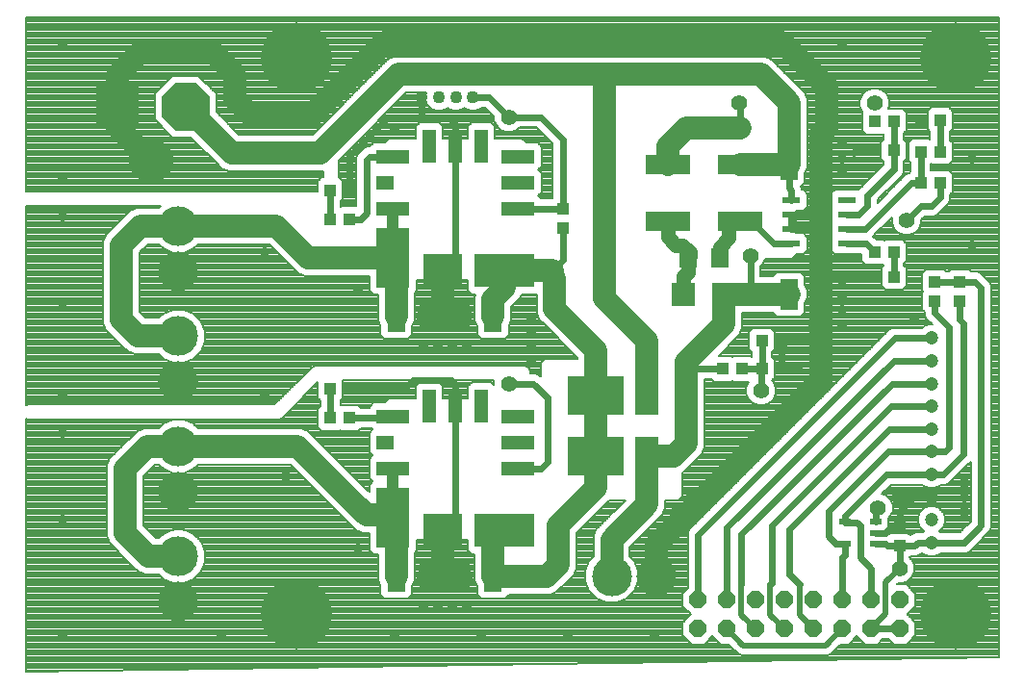
<source format=gtl>
G75*
%MOIN*%
%OFA0B0*%
%FSLAX24Y24*%
%IPPOS*%
%LPD*%
%AMOC8*
5,1,8,0,0,1.08239X$1,22.5*
%
%ADD10R,0.0638X0.0236*%
%ADD11R,0.0394X0.0433*%
%ADD12OC8,0.0480*%
%ADD13R,0.0630X0.1063*%
%ADD14R,0.0630X0.0709*%
%ADD15R,0.0433X0.0394*%
%ADD16R,0.1575X0.0709*%
%ADD17R,0.0787X0.0787*%
%ADD18R,0.1969X0.1378*%
%ADD19R,0.0787X0.1378*%
%ADD20R,0.1181X0.0472*%
%ADD21R,0.2083X0.1181*%
%ADD22R,0.1374X0.1181*%
%ADD23R,0.1181X0.2083*%
%ADD24R,0.0472X0.1181*%
%ADD25R,0.0591X0.0472*%
%ADD26C,0.0433*%
%ADD27C,0.1378*%
%ADD28C,0.0472*%
%ADD29R,0.0394X0.0217*%
%ADD30C,0.2441*%
%ADD31OC8,0.0600*%
%ADD32OC8,0.1502*%
%ADD33OC8,0.1660*%
%ADD34R,0.1502X0.1502*%
%ADD35C,0.0787*%
%ADD36C,0.0236*%
%ADD37C,0.0079*%
%ADD38C,0.0551*%
%ADD39C,0.0356*%
%ADD40C,0.0512*%
%ADD41C,0.0394*%
%ADD42C,0.0197*%
%ADD43C,0.0551*%
D10*
X027514Y016347D03*
X027514Y016847D03*
X027514Y017347D03*
X027514Y017847D03*
X029435Y017847D03*
X029435Y017347D03*
X029435Y016847D03*
X029435Y016347D03*
D11*
X030390Y015197D03*
X031059Y015197D03*
X031989Y018443D03*
X032658Y018443D03*
X032658Y019534D03*
X031989Y019534D03*
X031989Y020626D03*
X032658Y020626D03*
X031059Y020574D03*
X030390Y020574D03*
X027157Y012016D03*
X026488Y012016D03*
X025804Y012016D03*
X025135Y012016D03*
X031252Y006543D03*
X031252Y005874D03*
X012210Y010311D03*
X011540Y010311D03*
X011540Y011311D03*
X012210Y011311D03*
X012210Y017200D03*
X011540Y017200D03*
X011540Y018200D03*
X012210Y018200D03*
D12*
X025724Y020347D03*
X028724Y020347D03*
D13*
X028526Y019097D03*
X027423Y019097D03*
X027423Y014597D03*
X028526Y014597D03*
X017176Y013811D03*
X016074Y013811D03*
X014926Y013811D03*
X013824Y013811D03*
X013824Y004811D03*
X014926Y004811D03*
X016074Y004811D03*
X017176Y004811D03*
D14*
X023923Y015847D03*
X025026Y015847D03*
D15*
X026488Y012975D03*
X027157Y012975D03*
X030390Y016042D03*
X031059Y016042D03*
X032482Y015032D03*
X032482Y014363D03*
X033344Y014363D03*
X033344Y015032D03*
X031059Y019574D03*
X030390Y019574D03*
X019597Y017543D03*
X019597Y016874D03*
D16*
X023224Y017113D03*
X025724Y017113D03*
X025724Y019082D03*
X023224Y019082D03*
D17*
X023766Y014597D03*
X025183Y014597D03*
D18*
X020743Y011076D03*
X020738Y008985D03*
D19*
X022510Y008985D03*
X022515Y011076D03*
D20*
X018032Y010364D03*
X018032Y009463D03*
X018032Y008561D03*
X013718Y008561D03*
X013718Y010364D03*
X013718Y017561D03*
X013718Y019364D03*
X018032Y019364D03*
X018032Y018463D03*
X018032Y017561D03*
D21*
X017582Y015403D03*
X017582Y006403D03*
D22*
X015424Y006403D03*
X015424Y015403D03*
D23*
X013718Y015854D03*
X013718Y006854D03*
D24*
X014973Y010718D03*
X015875Y010718D03*
X016777Y010718D03*
X016777Y019718D03*
X015875Y019718D03*
X014973Y019718D03*
D25*
X013422Y018463D03*
X013422Y009463D03*
D26*
X014707Y021402D03*
X015297Y021402D03*
X015888Y021402D03*
X016478Y021402D03*
D27*
X006277Y016954D03*
X006277Y015395D03*
X006277Y013140D03*
X006277Y011581D03*
X006277Y009326D03*
X006277Y007767D03*
X006277Y005512D03*
X006277Y003953D03*
X021285Y004831D03*
X022844Y004831D03*
D28*
X032359Y005987D03*
X032359Y006775D03*
X032359Y007562D03*
X032359Y008349D03*
X032359Y009137D03*
X032359Y009924D03*
X032359Y010712D03*
X032359Y011499D03*
X032359Y012286D03*
X032359Y013074D03*
D29*
X030430Y006706D03*
X030430Y006332D03*
X030430Y005958D03*
X029367Y005958D03*
X029367Y006706D03*
D30*
X033196Y003502D03*
X010361Y003502D03*
X010361Y022793D03*
X033196Y022793D03*
D31*
X031279Y004002D03*
X030279Y004002D03*
X029279Y004002D03*
X028279Y004002D03*
X027279Y004002D03*
X026279Y004002D03*
X025279Y004002D03*
X024279Y004002D03*
X024279Y003002D03*
X025279Y003002D03*
X026279Y003002D03*
X027279Y003002D03*
X028279Y003002D03*
X029279Y003002D03*
X030279Y003002D03*
X031279Y003002D03*
D32*
X005342Y019206D03*
D33*
X006523Y021095D03*
D34*
X004160Y021095D03*
D35*
X004160Y020387D01*
X005342Y019206D01*
X006523Y021095D02*
X008122Y019496D01*
X011198Y019496D01*
X013905Y022203D01*
X021040Y022203D01*
X026454Y022203D01*
X027423Y021233D01*
X027423Y019097D01*
X027407Y019082D01*
X025724Y019082D01*
X025724Y020347D02*
X023860Y020347D01*
X023224Y019712D01*
X023224Y019082D01*
X021040Y022203D02*
X021040Y014452D01*
X022515Y012977D01*
X022515Y011076D01*
X023870Y011868D02*
X023870Y012237D01*
X025183Y013550D01*
X025183Y014597D01*
X026085Y014597D01*
X027423Y014597D01*
X028526Y014597D02*
X028526Y012975D01*
X028526Y011602D01*
X022844Y005921D01*
X022844Y004831D01*
X021285Y004831D02*
X021285Y006085D01*
X022510Y007309D01*
X022510Y008985D01*
X023448Y008985D01*
X023870Y009407D01*
X023870Y011868D01*
X020743Y011076D02*
X020743Y012657D01*
X019318Y014083D01*
X019318Y015157D01*
X019072Y015403D01*
X019227Y015403D01*
X019072Y015403D02*
X017582Y015403D01*
X017582Y014807D01*
X017176Y014402D01*
X017176Y013811D01*
X016074Y013811D02*
X015381Y013811D01*
X015424Y013854D01*
X015424Y015403D01*
X013824Y015748D02*
X013718Y015854D01*
X010780Y015854D01*
X009680Y016954D01*
X006277Y016954D01*
X004965Y016954D01*
X004308Y016297D01*
X004308Y013714D01*
X004882Y013140D01*
X006277Y013140D01*
X006277Y009326D02*
X005211Y009326D01*
X004431Y008546D01*
X004431Y006332D01*
X005251Y005512D01*
X006277Y005512D01*
X006277Y009326D02*
X010418Y009326D01*
X012477Y007267D01*
X012797Y006947D01*
X013625Y006947D01*
X013718Y006854D01*
X013824Y006748D01*
X013824Y004811D01*
X014926Y004811D02*
X015381Y004811D01*
X015424Y004854D01*
X015424Y006403D01*
X017176Y005998D02*
X017582Y006403D01*
X017176Y005998D02*
X017176Y004811D01*
X019028Y004811D01*
X019441Y005224D01*
X019441Y006578D01*
X020738Y007875D01*
X020738Y008985D01*
X020738Y011071D01*
X020743Y011076D01*
X015381Y013811D02*
X014926Y013811D01*
X013824Y013811D02*
X013824Y015748D01*
X010829Y020726D02*
X008860Y020726D01*
X008245Y021341D01*
X008245Y022203D01*
X007507Y022941D01*
X004923Y022941D01*
X004182Y022200D01*
X004182Y021117D01*
X004160Y021095D01*
X010829Y020726D02*
X013412Y023310D01*
X027192Y023310D01*
X028724Y021777D01*
X028724Y020347D01*
X028526Y020149D01*
X028526Y019097D01*
X028526Y017404D01*
X028526Y015190D01*
X028526Y014597D01*
X016074Y004811D02*
X015381Y004811D01*
D36*
X013824Y004811D02*
X013799Y004836D01*
X015424Y006403D02*
X015721Y006701D01*
X015873Y006701D01*
X015873Y006578D01*
X015873Y006701D02*
X015873Y010638D01*
X015875Y010640D01*
X015875Y010718D01*
X015873Y010720D01*
X015873Y011499D01*
X015750Y011622D01*
X014397Y011622D01*
X014086Y011311D01*
X012210Y011311D01*
X011540Y011311D02*
X011540Y010311D01*
X012210Y010311D02*
X013664Y010311D01*
X013718Y010364D01*
X017719Y011499D02*
X018580Y011499D01*
X019072Y011007D01*
X019072Y008792D01*
X018841Y008561D01*
X018032Y008561D01*
X023870Y011868D02*
X024018Y012016D01*
X025135Y012016D01*
X025804Y012016D02*
X026488Y012016D01*
X026454Y011981D01*
X026454Y011253D01*
X026488Y012016D02*
X026488Y012975D01*
X027157Y012975D02*
X028526Y012975D01*
X027807Y012114D02*
X027709Y012016D01*
X027157Y012016D01*
X027157Y012975D01*
X026085Y014597D02*
X026085Y015928D01*
X026896Y016347D02*
X026208Y017035D01*
X025802Y017035D01*
X025724Y017113D01*
X026896Y016347D02*
X027514Y016347D01*
X027514Y016847D02*
X027514Y017347D01*
X028469Y017347D01*
X028526Y017404D01*
X028241Y016847D02*
X028299Y016789D01*
X028241Y016847D02*
X027514Y016847D01*
X027514Y017847D02*
X027514Y018190D01*
X027423Y018280D01*
X027423Y019097D01*
X025724Y020347D02*
X025724Y021210D01*
X025716Y021218D01*
X029653Y019496D02*
X029730Y019574D01*
X030390Y019574D01*
X031059Y019574D02*
X031059Y018934D01*
X030145Y018020D01*
X030145Y017651D01*
X029842Y017347D01*
X029435Y017347D01*
X029435Y016847D02*
X030080Y016847D01*
X031675Y018443D01*
X031989Y018443D01*
X031989Y019534D01*
X032658Y019534D02*
X032658Y020626D01*
X031059Y020574D02*
X031059Y019574D01*
X032658Y018443D02*
X032658Y017950D01*
X032359Y017651D01*
X031990Y017651D01*
X031498Y017158D01*
X031059Y016042D02*
X031059Y015197D01*
X030390Y015197D02*
X028532Y015197D01*
X028526Y015190D01*
X029435Y016347D02*
X030085Y016347D01*
X030390Y016042D01*
X032482Y015032D02*
X033344Y015032D01*
X033870Y015032D01*
X034082Y014821D01*
X034082Y006578D01*
X033491Y005987D01*
X032359Y005987D01*
X031892Y005987D01*
X031779Y005874D01*
X031252Y005874D01*
X031252Y005101D01*
X031252Y005874D02*
X030848Y005874D01*
X030760Y005963D01*
X030755Y005958D01*
X030430Y005958D01*
X030430Y006332D02*
X030760Y006332D01*
X030971Y006543D01*
X031252Y006543D01*
X031252Y007070D01*
X031744Y007562D01*
X032359Y007562D01*
X031252Y007562D01*
X030514Y007193D02*
X030430Y007109D01*
X030430Y006706D01*
X029899Y006578D02*
X029776Y006701D01*
X029372Y006701D01*
X029367Y006706D01*
X029367Y006907D01*
X030809Y008349D01*
X032359Y008349D01*
X032778Y008349D01*
X033467Y009038D01*
X033467Y013590D01*
X033344Y013714D01*
X033344Y014363D01*
X032482Y014363D02*
X032482Y013960D01*
X032974Y013467D01*
X032974Y009284D01*
X032827Y009137D01*
X032359Y009137D01*
X030858Y009137D01*
X028791Y007070D01*
X028791Y006209D01*
X029042Y005958D01*
X029367Y005958D01*
X029367Y005554D01*
X029283Y005470D01*
X029279Y005465D01*
X029279Y004002D01*
X030279Y004002D02*
X030279Y005090D01*
X029899Y005470D01*
X029899Y006578D01*
X027438Y006455D02*
X027438Y004885D01*
X027787Y004535D01*
X026823Y004575D02*
X026823Y006578D01*
X030957Y010712D01*
X032359Y010712D01*
X032359Y011499D02*
X031006Y011499D01*
X025780Y006273D01*
X025780Y004535D01*
X025279Y004002D02*
X025279Y006510D01*
X031055Y012286D01*
X032359Y012286D01*
X032359Y013074D02*
X031104Y013074D01*
X024279Y006248D01*
X024279Y004002D01*
X026783Y004535D02*
X026823Y004575D01*
X027438Y006455D02*
X030907Y009924D01*
X032359Y009924D01*
X031279Y003002D02*
X030279Y003002D01*
X019227Y015403D02*
X019597Y015774D01*
X019597Y016874D01*
X019597Y017543D02*
X019597Y019955D01*
X018949Y020603D01*
X018826Y020726D01*
X017719Y020726D01*
X017042Y021402D01*
X016478Y021402D01*
X015627Y020726D02*
X014766Y020726D01*
X014707Y020785D01*
X014707Y021402D01*
X014766Y020726D02*
X013535Y020726D01*
X012210Y019401D01*
X012210Y018200D01*
X011540Y018200D02*
X011540Y017200D01*
X012210Y017200D02*
X012593Y017200D01*
X012797Y017404D01*
X012797Y019250D01*
X012911Y019364D01*
X013718Y019364D01*
X015873Y019496D02*
X015875Y019498D01*
X015875Y019718D01*
X015875Y020478D01*
X015627Y020726D01*
X015873Y019496D02*
X015873Y015436D01*
X015457Y015436D01*
X015424Y015403D01*
X018032Y017561D02*
X019580Y017561D01*
X019597Y017543D01*
D37*
X000986Y010289D02*
X000986Y001526D01*
X034697Y002026D01*
X034697Y024171D01*
X000986Y024171D01*
X000986Y018152D01*
X011107Y018152D01*
X011107Y018514D01*
X011246Y018652D01*
X011311Y018652D01*
X011311Y018866D01*
X007997Y018866D01*
X007765Y018962D01*
X007588Y019139D01*
X006698Y020029D01*
X006081Y020029D01*
X005456Y020654D01*
X005456Y021537D01*
X006081Y022162D01*
X006964Y022162D01*
X007589Y021537D01*
X007589Y020920D01*
X008383Y020126D01*
X010937Y020126D01*
X013548Y022737D01*
X013779Y022833D01*
X026579Y022833D01*
X026811Y022737D01*
X026988Y022560D01*
X027957Y021590D01*
X028053Y021359D01*
X028053Y018972D01*
X027974Y018782D01*
X027974Y018468D01*
X027838Y018332D01*
X027868Y018260D01*
X027868Y018202D01*
X027931Y018202D01*
X028069Y018063D01*
X028069Y017631D01*
X027931Y017493D01*
X027674Y017493D01*
X027674Y016702D01*
X027931Y016702D01*
X028069Y016563D01*
X028069Y016131D01*
X027931Y015993D01*
X027674Y015993D01*
X027674Y015953D01*
X027536Y015815D01*
X026592Y015815D01*
X026519Y015638D01*
X026439Y015559D01*
X026439Y015227D01*
X026873Y015227D01*
X027010Y015365D01*
X027836Y015365D01*
X027974Y015227D01*
X027974Y014913D01*
X028053Y014723D01*
X028053Y014472D01*
X027974Y014282D01*
X027974Y013968D01*
X027836Y013830D01*
X027010Y013830D01*
X026873Y013967D01*
X025813Y013967D01*
X025813Y013425D01*
X025717Y013193D01*
X025540Y013016D01*
X024992Y012468D01*
X025430Y012468D01*
X025469Y012428D01*
X025509Y012468D01*
X026099Y012468D01*
X026134Y012433D01*
X026134Y012582D01*
X026035Y012681D01*
X026035Y013270D01*
X026174Y013408D01*
X026803Y013408D01*
X026941Y013270D01*
X026941Y012681D01*
X026843Y012582D01*
X026843Y012409D01*
X026921Y012330D01*
X026921Y011701D01*
X026825Y011605D01*
X026888Y011543D01*
X026966Y011355D01*
X026966Y011151D01*
X026888Y010963D01*
X026744Y010819D01*
X026556Y010741D01*
X026352Y010741D01*
X026164Y010819D01*
X026020Y010963D01*
X025942Y011151D01*
X025942Y011355D01*
X026020Y011543D01*
X026040Y011563D01*
X025509Y011563D01*
X025469Y011603D01*
X025430Y011563D01*
X024840Y011563D01*
X024742Y011661D01*
X024500Y011661D01*
X024500Y009282D01*
X024404Y009051D01*
X024227Y008873D01*
X023805Y008451D01*
X023737Y008423D01*
X023737Y007587D01*
X023599Y007449D01*
X023140Y007449D01*
X023140Y007184D01*
X023044Y006952D01*
X021915Y005824D01*
X021915Y005509D01*
X022070Y005355D01*
X022211Y005015D01*
X022211Y004647D01*
X022070Y004307D01*
X021810Y004046D01*
X021469Y003905D01*
X021101Y003905D01*
X020761Y004046D01*
X020501Y004307D01*
X020360Y004647D01*
X020360Y005015D01*
X020501Y005355D01*
X020656Y005509D01*
X020656Y006210D01*
X020751Y006441D01*
X021759Y007449D01*
X021203Y007449D01*
X020071Y006317D01*
X020071Y005099D01*
X019975Y004868D01*
X019798Y004690D01*
X019384Y004277D01*
X019153Y004181D01*
X017727Y004181D01*
X017589Y004043D01*
X016763Y004043D01*
X016625Y004182D01*
X016625Y004496D01*
X016546Y004686D01*
X016546Y005577D01*
X016443Y005577D01*
X016304Y005715D01*
X016304Y006095D01*
X014544Y006095D01*
X014544Y005715D01*
X014454Y005625D01*
X014454Y004686D01*
X014375Y004496D01*
X014375Y004182D01*
X014237Y004043D01*
X013411Y004043D01*
X013273Y004182D01*
X013273Y004496D01*
X013194Y004686D01*
X013194Y005577D01*
X013029Y005577D01*
X012891Y005715D01*
X012891Y006317D01*
X012672Y006317D01*
X012440Y006413D01*
X011943Y006910D01*
X010157Y008696D01*
X006955Y008696D01*
X006801Y008541D01*
X006461Y008401D01*
X006093Y008401D01*
X005752Y008541D01*
X005598Y008696D01*
X005472Y008696D01*
X005061Y008285D01*
X005061Y006593D01*
X005512Y006142D01*
X005598Y006142D01*
X005752Y006296D01*
X006093Y006437D01*
X006461Y006437D01*
X006801Y006296D01*
X007061Y006036D01*
X007202Y005696D01*
X007202Y005328D01*
X007061Y004988D01*
X006801Y004727D01*
X006461Y004587D01*
X006093Y004587D01*
X005752Y004727D01*
X005598Y004882D01*
X005126Y004882D01*
X004894Y004978D01*
X004717Y005155D01*
X003897Y005975D01*
X003801Y006206D01*
X003801Y008671D01*
X003897Y008903D01*
X004074Y009080D01*
X004854Y009860D01*
X005085Y009956D01*
X005598Y009956D01*
X005752Y010110D01*
X006093Y010251D01*
X006461Y010251D01*
X006801Y010110D01*
X006955Y009956D01*
X010544Y009956D01*
X010775Y009860D01*
X012834Y007801D01*
X012891Y007744D01*
X012891Y007993D01*
X013007Y008110D01*
X012891Y008227D01*
X012891Y008895D01*
X013007Y009012D01*
X012891Y009128D01*
X012891Y009797D01*
X013007Y009913D01*
X012964Y009957D01*
X012603Y009957D01*
X012504Y009858D01*
X011915Y009858D01*
X011875Y009898D01*
X011835Y009858D01*
X011246Y009858D01*
X011107Y009997D01*
X011107Y010625D01*
X011186Y010704D01*
X011186Y010918D01*
X011107Y010997D01*
X011107Y011539D01*
X009866Y010298D01*
X009772Y010259D01*
X001058Y010259D01*
X000986Y010289D01*
X000986Y010219D02*
X006014Y010219D01*
X005828Y010141D02*
X000986Y010141D01*
X000986Y010064D02*
X005706Y010064D01*
X005629Y009987D02*
X000986Y009987D01*
X000986Y009910D02*
X004974Y009910D01*
X004826Y009832D02*
X000986Y009832D01*
X000986Y009755D02*
X004749Y009755D01*
X004672Y009678D02*
X000986Y009678D01*
X000986Y009601D02*
X004595Y009601D01*
X004517Y009523D02*
X000986Y009523D01*
X000986Y009446D02*
X004440Y009446D01*
X004363Y009369D02*
X000986Y009369D01*
X000986Y009292D02*
X004286Y009292D01*
X004208Y009214D02*
X000986Y009214D01*
X000986Y009137D02*
X004131Y009137D01*
X004054Y009060D02*
X000986Y009060D01*
X000986Y008983D02*
X003977Y008983D01*
X003900Y008905D02*
X000986Y008905D01*
X000986Y008828D02*
X003866Y008828D01*
X003834Y008751D02*
X000986Y008751D01*
X000986Y008674D02*
X003802Y008674D01*
X003801Y008596D02*
X000986Y008596D01*
X000986Y008519D02*
X003801Y008519D01*
X003801Y008442D02*
X000986Y008442D01*
X000986Y008365D02*
X003801Y008365D01*
X003801Y008288D02*
X000986Y008288D01*
X000986Y008210D02*
X003801Y008210D01*
X003801Y008133D02*
X000986Y008133D01*
X000986Y008056D02*
X003801Y008056D01*
X003801Y007979D02*
X000986Y007979D01*
X000986Y007901D02*
X003801Y007901D01*
X003801Y007824D02*
X000986Y007824D01*
X000986Y007747D02*
X003801Y007747D01*
X003801Y007670D02*
X000986Y007670D01*
X000986Y007592D02*
X003801Y007592D01*
X003801Y007515D02*
X000986Y007515D01*
X000986Y007438D02*
X003801Y007438D01*
X003801Y007361D02*
X000986Y007361D01*
X000986Y007283D02*
X003801Y007283D01*
X003801Y007206D02*
X000986Y007206D01*
X000986Y007129D02*
X003801Y007129D01*
X003801Y007052D02*
X000986Y007052D01*
X000986Y006974D02*
X003801Y006974D01*
X003801Y006897D02*
X000986Y006897D01*
X000986Y006820D02*
X003801Y006820D01*
X003801Y006743D02*
X000986Y006743D01*
X000986Y006665D02*
X003801Y006665D01*
X003801Y006588D02*
X000986Y006588D01*
X000986Y006511D02*
X003801Y006511D01*
X003801Y006434D02*
X000986Y006434D01*
X000986Y006357D02*
X003801Y006357D01*
X003801Y006279D02*
X000986Y006279D01*
X000986Y006202D02*
X003803Y006202D01*
X003835Y006125D02*
X000986Y006125D01*
X000986Y006048D02*
X003867Y006048D01*
X003902Y005970D02*
X000986Y005970D01*
X000986Y005893D02*
X003979Y005893D01*
X004056Y005816D02*
X000986Y005816D01*
X000986Y005739D02*
X004133Y005739D01*
X004211Y005661D02*
X000986Y005661D01*
X000986Y005584D02*
X004288Y005584D01*
X004365Y005507D02*
X000986Y005507D01*
X000986Y005430D02*
X004442Y005430D01*
X004519Y005352D02*
X000986Y005352D01*
X000986Y005275D02*
X004597Y005275D01*
X004674Y005198D02*
X000986Y005198D01*
X000986Y005121D02*
X004751Y005121D01*
X004828Y005043D02*
X000986Y005043D01*
X000986Y004966D02*
X004922Y004966D01*
X005108Y004889D02*
X000986Y004889D01*
X000986Y004812D02*
X005668Y004812D01*
X005745Y004734D02*
X000986Y004734D01*
X000986Y004657D02*
X005922Y004657D01*
X006631Y004657D02*
X013206Y004657D01*
X013194Y004734D02*
X006808Y004734D01*
X006885Y004812D02*
X013194Y004812D01*
X013194Y004889D02*
X006962Y004889D01*
X007039Y004966D02*
X013194Y004966D01*
X013194Y005043D02*
X007084Y005043D01*
X007116Y005121D02*
X013194Y005121D01*
X013194Y005198D02*
X007148Y005198D01*
X007180Y005275D02*
X013194Y005275D01*
X013194Y005352D02*
X007202Y005352D01*
X007202Y005430D02*
X013194Y005430D01*
X013194Y005507D02*
X007202Y005507D01*
X007202Y005584D02*
X013022Y005584D01*
X012944Y005661D02*
X007202Y005661D01*
X007184Y005739D02*
X012891Y005739D01*
X012891Y005816D02*
X007152Y005816D01*
X007120Y005893D02*
X012891Y005893D01*
X012891Y005970D02*
X007088Y005970D01*
X007049Y006048D02*
X012891Y006048D01*
X012891Y006125D02*
X006972Y006125D01*
X006895Y006202D02*
X012891Y006202D01*
X012891Y006279D02*
X006817Y006279D01*
X006655Y006357D02*
X012576Y006357D01*
X012419Y006434D02*
X006468Y006434D01*
X006085Y006434D02*
X005220Y006434D01*
X005143Y006511D02*
X012342Y006511D01*
X012265Y006588D02*
X005065Y006588D01*
X005061Y006665D02*
X012188Y006665D01*
X012110Y006743D02*
X005061Y006743D01*
X005061Y006820D02*
X012033Y006820D01*
X011956Y006897D02*
X005061Y006897D01*
X005061Y006974D02*
X011879Y006974D01*
X011802Y007052D02*
X005061Y007052D01*
X005061Y007129D02*
X011724Y007129D01*
X011647Y007206D02*
X005061Y007206D01*
X005061Y007283D02*
X011570Y007283D01*
X011493Y007361D02*
X005061Y007361D01*
X005061Y007438D02*
X011415Y007438D01*
X011338Y007515D02*
X005061Y007515D01*
X005061Y007592D02*
X011261Y007592D01*
X011184Y007670D02*
X005061Y007670D01*
X005061Y007747D02*
X011106Y007747D01*
X011029Y007824D02*
X005061Y007824D01*
X005061Y007901D02*
X010952Y007901D01*
X010875Y007979D02*
X005061Y007979D01*
X005061Y008056D02*
X010797Y008056D01*
X010720Y008133D02*
X005061Y008133D01*
X005061Y008210D02*
X010643Y008210D01*
X010566Y008288D02*
X005063Y008288D01*
X005141Y008365D02*
X010488Y008365D01*
X010411Y008442D02*
X006561Y008442D01*
X006747Y008519D02*
X010334Y008519D01*
X010257Y008596D02*
X006856Y008596D01*
X006933Y008674D02*
X010179Y008674D01*
X011111Y009523D02*
X012891Y009523D01*
X012891Y009446D02*
X011189Y009446D01*
X011266Y009369D02*
X012891Y009369D01*
X012891Y009292D02*
X011343Y009292D01*
X011420Y009214D02*
X012891Y009214D01*
X012891Y009137D02*
X011498Y009137D01*
X011575Y009060D02*
X012959Y009060D01*
X012978Y008983D02*
X011652Y008983D01*
X011729Y008905D02*
X012901Y008905D01*
X012891Y008828D02*
X011807Y008828D01*
X011884Y008751D02*
X012891Y008751D01*
X012891Y008674D02*
X011961Y008674D01*
X012038Y008596D02*
X012891Y008596D01*
X012891Y008519D02*
X012116Y008519D01*
X012193Y008442D02*
X012891Y008442D01*
X012891Y008365D02*
X012270Y008365D01*
X012347Y008288D02*
X012891Y008288D01*
X012907Y008210D02*
X012425Y008210D01*
X012502Y008133D02*
X012985Y008133D01*
X012953Y008056D02*
X012579Y008056D01*
X012656Y007979D02*
X012891Y007979D01*
X012891Y007901D02*
X012734Y007901D01*
X012811Y007824D02*
X012891Y007824D01*
X012888Y007747D02*
X012891Y007747D01*
X014544Y006048D02*
X016304Y006048D01*
X016304Y005970D02*
X014544Y005970D01*
X014544Y005893D02*
X016304Y005893D01*
X016304Y005816D02*
X014544Y005816D01*
X014544Y005739D02*
X016304Y005739D01*
X016358Y005661D02*
X014491Y005661D01*
X014454Y005584D02*
X016435Y005584D01*
X016546Y005507D02*
X014454Y005507D01*
X014454Y005430D02*
X016546Y005430D01*
X016546Y005352D02*
X014454Y005352D01*
X014454Y005275D02*
X016546Y005275D01*
X016546Y005198D02*
X014454Y005198D01*
X014454Y005121D02*
X016546Y005121D01*
X016546Y005043D02*
X014454Y005043D01*
X014454Y004966D02*
X016546Y004966D01*
X016546Y004889D02*
X014454Y004889D01*
X014454Y004812D02*
X016546Y004812D01*
X016546Y004734D02*
X014454Y004734D01*
X014442Y004657D02*
X016558Y004657D01*
X016590Y004580D02*
X014410Y004580D01*
X014378Y004503D02*
X016622Y004503D01*
X016625Y004426D02*
X014375Y004426D01*
X014375Y004348D02*
X016625Y004348D01*
X016625Y004271D02*
X014375Y004271D01*
X014375Y004194D02*
X016625Y004194D01*
X016690Y004117D02*
X014310Y004117D01*
X013338Y004117D02*
X000986Y004117D01*
X000986Y004194D02*
X013273Y004194D01*
X013273Y004271D02*
X000986Y004271D01*
X000986Y004348D02*
X013273Y004348D01*
X013273Y004426D02*
X000986Y004426D01*
X000986Y004503D02*
X013270Y004503D01*
X013238Y004580D02*
X000986Y004580D01*
X000986Y004039D02*
X020778Y004039D01*
X020691Y004117D02*
X017662Y004117D01*
X019184Y004194D02*
X020614Y004194D01*
X020537Y004271D02*
X019370Y004271D01*
X019456Y004348D02*
X020484Y004348D01*
X020452Y004426D02*
X019533Y004426D01*
X019610Y004503D02*
X020420Y004503D01*
X020388Y004580D02*
X019687Y004580D01*
X019765Y004657D02*
X020360Y004657D01*
X020360Y004734D02*
X019842Y004734D01*
X019919Y004812D02*
X020360Y004812D01*
X020360Y004889D02*
X019984Y004889D01*
X020016Y004966D02*
X020360Y004966D01*
X020372Y005043D02*
X020048Y005043D01*
X020071Y005121D02*
X020404Y005121D01*
X020436Y005198D02*
X020071Y005198D01*
X020071Y005275D02*
X020468Y005275D01*
X020500Y005352D02*
X020071Y005352D01*
X020071Y005430D02*
X020576Y005430D01*
X020653Y005507D02*
X020071Y005507D01*
X020071Y005584D02*
X020656Y005584D01*
X020656Y005661D02*
X020071Y005661D01*
X020071Y005739D02*
X020656Y005739D01*
X020656Y005816D02*
X020071Y005816D01*
X020071Y005893D02*
X020656Y005893D01*
X020656Y005970D02*
X020071Y005970D01*
X020071Y006048D02*
X020656Y006048D01*
X020656Y006125D02*
X020071Y006125D01*
X020071Y006202D02*
X020656Y006202D01*
X020684Y006279D02*
X020071Y006279D01*
X020111Y006357D02*
X020716Y006357D01*
X020748Y006434D02*
X020188Y006434D01*
X020265Y006511D02*
X020821Y006511D01*
X020898Y006588D02*
X020342Y006588D01*
X020420Y006665D02*
X020975Y006665D01*
X021053Y006743D02*
X020497Y006743D01*
X020574Y006820D02*
X021130Y006820D01*
X021207Y006897D02*
X020651Y006897D01*
X020729Y006974D02*
X021284Y006974D01*
X021362Y007052D02*
X020806Y007052D01*
X020883Y007129D02*
X021439Y007129D01*
X021516Y007206D02*
X020960Y007206D01*
X021038Y007283D02*
X021593Y007283D01*
X021671Y007361D02*
X021115Y007361D01*
X021192Y007438D02*
X021748Y007438D01*
X022680Y006588D02*
X024118Y006588D01*
X024195Y006665D02*
X022757Y006665D01*
X022834Y006743D02*
X024272Y006743D01*
X024349Y006820D02*
X022912Y006820D01*
X022989Y006897D02*
X024427Y006897D01*
X024504Y006974D02*
X023053Y006974D01*
X023085Y007052D02*
X024581Y007052D01*
X024658Y007129D02*
X023117Y007129D01*
X023140Y007206D02*
X024736Y007206D01*
X024813Y007283D02*
X023140Y007283D01*
X023140Y007361D02*
X024890Y007361D01*
X024967Y007438D02*
X023140Y007438D01*
X023665Y007515D02*
X025045Y007515D01*
X025122Y007592D02*
X023737Y007592D01*
X023737Y007670D02*
X025199Y007670D01*
X025276Y007747D02*
X023737Y007747D01*
X023737Y007824D02*
X025354Y007824D01*
X025431Y007901D02*
X023737Y007901D01*
X023737Y007979D02*
X025508Y007979D01*
X025585Y008056D02*
X023737Y008056D01*
X023737Y008133D02*
X025663Y008133D01*
X025740Y008210D02*
X023737Y008210D01*
X023737Y008288D02*
X025817Y008288D01*
X025894Y008365D02*
X023737Y008365D01*
X023783Y008442D02*
X025971Y008442D01*
X026049Y008519D02*
X023873Y008519D01*
X023950Y008596D02*
X026126Y008596D01*
X026203Y008674D02*
X024027Y008674D01*
X024104Y008751D02*
X026280Y008751D01*
X026358Y008828D02*
X024182Y008828D01*
X024259Y008905D02*
X026435Y008905D01*
X026512Y008983D02*
X024336Y008983D01*
X024408Y009060D02*
X026589Y009060D01*
X026667Y009137D02*
X024440Y009137D01*
X024472Y009214D02*
X026744Y009214D01*
X026821Y009292D02*
X024500Y009292D01*
X024500Y009369D02*
X026898Y009369D01*
X026976Y009446D02*
X024500Y009446D01*
X024500Y009523D02*
X027053Y009523D01*
X027130Y009601D02*
X024500Y009601D01*
X024500Y009678D02*
X027207Y009678D01*
X027285Y009755D02*
X024500Y009755D01*
X024500Y009832D02*
X027362Y009832D01*
X027439Y009910D02*
X024500Y009910D01*
X024500Y009987D02*
X027516Y009987D01*
X027594Y010064D02*
X024500Y010064D01*
X024500Y010141D02*
X027671Y010141D01*
X027748Y010219D02*
X024500Y010219D01*
X024500Y010296D02*
X027825Y010296D01*
X027902Y010373D02*
X024500Y010373D01*
X024500Y010450D02*
X027980Y010450D01*
X028057Y010528D02*
X024500Y010528D01*
X024500Y010605D02*
X028134Y010605D01*
X028211Y010682D02*
X024500Y010682D01*
X024500Y010759D02*
X026308Y010759D01*
X026146Y010836D02*
X024500Y010836D01*
X024500Y010914D02*
X026069Y010914D01*
X026008Y010991D02*
X024500Y010991D01*
X024500Y011068D02*
X025976Y011068D01*
X025944Y011145D02*
X024500Y011145D01*
X024500Y011223D02*
X025942Y011223D01*
X025942Y011300D02*
X024500Y011300D01*
X024500Y011377D02*
X025951Y011377D01*
X025983Y011454D02*
X024500Y011454D01*
X024500Y011532D02*
X026015Y011532D01*
X026829Y011609D02*
X029138Y011609D01*
X029061Y011532D02*
X026892Y011532D01*
X026924Y011454D02*
X028984Y011454D01*
X028907Y011377D02*
X026956Y011377D01*
X026966Y011300D02*
X028829Y011300D01*
X028752Y011223D02*
X026966Y011223D01*
X026963Y011145D02*
X028675Y011145D01*
X028598Y011068D02*
X026931Y011068D01*
X026899Y010991D02*
X028520Y010991D01*
X028443Y010914D02*
X026838Y010914D01*
X026761Y010836D02*
X028366Y010836D01*
X028289Y010759D02*
X026599Y010759D01*
X026906Y011686D02*
X029216Y011686D01*
X029293Y011763D02*
X026921Y011763D01*
X026921Y011841D02*
X029370Y011841D01*
X029447Y011918D02*
X026921Y011918D01*
X026921Y011995D02*
X029525Y011995D01*
X029602Y012072D02*
X026921Y012072D01*
X026921Y012150D02*
X029679Y012150D01*
X029756Y012227D02*
X026921Y012227D01*
X026921Y012304D02*
X029834Y012304D01*
X029911Y012381D02*
X026870Y012381D01*
X026843Y012459D02*
X029988Y012459D01*
X030065Y012536D02*
X026843Y012536D01*
X026873Y012613D02*
X030142Y012613D01*
X030220Y012690D02*
X026941Y012690D01*
X026941Y012767D02*
X030297Y012767D01*
X030374Y012845D02*
X026941Y012845D01*
X026941Y012922D02*
X030451Y012922D01*
X030529Y012999D02*
X026941Y012999D01*
X026941Y013076D02*
X030606Y013076D01*
X030683Y013154D02*
X026941Y013154D01*
X026941Y013231D02*
X030760Y013231D01*
X030804Y013274D02*
X023978Y006449D01*
X023924Y006318D01*
X023924Y004406D01*
X023742Y004224D01*
X023742Y003780D01*
X024020Y003502D01*
X023742Y003224D01*
X023742Y002780D01*
X024056Y002466D01*
X024501Y002466D01*
X024779Y002744D01*
X025056Y002466D01*
X025342Y002466D01*
X025662Y002145D01*
X025785Y002094D01*
X028772Y002094D01*
X028895Y002145D01*
X029216Y002466D01*
X029501Y002466D01*
X029779Y002744D01*
X030056Y002466D01*
X030501Y002466D01*
X030683Y002648D01*
X030875Y002648D01*
X031056Y002466D01*
X031501Y002466D01*
X031815Y002780D01*
X031815Y003224D01*
X031537Y003502D01*
X031815Y003780D01*
X031815Y004224D01*
X031501Y004538D01*
X031162Y004538D01*
X031213Y004590D01*
X031354Y004590D01*
X031542Y004667D01*
X031686Y004811D01*
X031764Y005000D01*
X031764Y005203D01*
X031686Y005391D01*
X031606Y005471D01*
X031606Y005481D01*
X031645Y005520D01*
X031849Y005520D01*
X031979Y005574D01*
X032039Y005633D01*
X032045Y005633D01*
X032092Y005587D01*
X032265Y005515D01*
X032453Y005515D01*
X032627Y005587D01*
X032673Y005633D01*
X033562Y005633D01*
X033692Y005687D01*
X033792Y005786D01*
X033792Y005786D01*
X034382Y006377D01*
X034436Y006507D01*
X034436Y014891D01*
X034382Y015022D01*
X034282Y015121D01*
X034170Y015233D01*
X034071Y015333D01*
X033941Y015387D01*
X033737Y015387D01*
X033658Y015465D01*
X033029Y015465D01*
X032950Y015387D01*
X032875Y015387D01*
X032797Y015465D01*
X032168Y015465D01*
X032030Y015327D01*
X032030Y014738D01*
X032069Y014698D01*
X032030Y014658D01*
X032030Y014068D01*
X032128Y013970D01*
X032128Y013889D01*
X032182Y013759D01*
X032395Y013546D01*
X032265Y013546D01*
X032092Y013474D01*
X032045Y013428D01*
X031034Y013428D01*
X030904Y013374D01*
X030804Y013274D01*
X030838Y013308D02*
X026903Y013308D01*
X026826Y013385D02*
X030931Y013385D01*
X032080Y013463D02*
X025813Y013463D01*
X025813Y013540D02*
X032250Y013540D01*
X032324Y013617D02*
X025813Y013617D01*
X025813Y013694D02*
X032246Y013694D01*
X032177Y013772D02*
X025813Y013772D01*
X025813Y013849D02*
X026991Y013849D01*
X026914Y013926D02*
X025813Y013926D01*
X025797Y013385D02*
X026151Y013385D01*
X026074Y013308D02*
X025765Y013308D01*
X025733Y013231D02*
X026035Y013231D01*
X026035Y013154D02*
X025677Y013154D01*
X025600Y013076D02*
X026035Y013076D01*
X026035Y012999D02*
X025523Y012999D01*
X025446Y012922D02*
X026035Y012922D01*
X026035Y012845D02*
X025368Y012845D01*
X025291Y012767D02*
X026035Y012767D01*
X026035Y012690D02*
X025214Y012690D01*
X025137Y012613D02*
X026103Y012613D01*
X026134Y012536D02*
X025060Y012536D01*
X025439Y012459D02*
X025500Y012459D01*
X026109Y012459D02*
X026134Y012459D01*
X024794Y011609D02*
X024500Y011609D01*
X027855Y013849D02*
X032145Y013849D01*
X032128Y013926D02*
X027932Y013926D01*
X027974Y014003D02*
X032095Y014003D01*
X032030Y014081D02*
X027974Y014081D01*
X027974Y014158D02*
X032030Y014158D01*
X032030Y014235D02*
X027974Y014235D01*
X027987Y014312D02*
X032030Y014312D01*
X032030Y014390D02*
X028019Y014390D01*
X028051Y014467D02*
X032030Y014467D01*
X032030Y014544D02*
X028053Y014544D01*
X028053Y014621D02*
X032030Y014621D01*
X032069Y014698D02*
X028053Y014698D01*
X028031Y014776D02*
X030733Y014776D01*
X030764Y014744D02*
X031354Y014744D01*
X031492Y014882D01*
X031492Y015511D01*
X031413Y015590D01*
X031413Y015649D01*
X031512Y015748D01*
X031512Y016337D01*
X031373Y016475D01*
X030745Y016475D01*
X030724Y016455D01*
X030704Y016475D01*
X030458Y016475D01*
X030333Y016600D01*
X030380Y016647D01*
X030986Y017253D01*
X030986Y017057D01*
X031064Y016868D01*
X031208Y016725D01*
X031396Y016647D01*
X031600Y016647D01*
X031788Y016725D01*
X031932Y016868D01*
X032010Y017057D01*
X032010Y017169D01*
X032137Y017296D01*
X032430Y017296D01*
X032560Y017350D01*
X032660Y017450D01*
X032959Y017749D01*
X033013Y017879D01*
X033013Y018050D01*
X033092Y018128D01*
X033092Y018757D01*
X032953Y018896D01*
X032364Y018896D01*
X032344Y018875D01*
X032344Y019102D01*
X032364Y019082D01*
X032953Y019082D01*
X033092Y019220D01*
X033092Y019849D01*
X033013Y019928D01*
X033013Y020233D01*
X033092Y020312D01*
X033092Y020940D01*
X032953Y021079D01*
X032364Y021079D01*
X032225Y020940D01*
X032225Y020312D01*
X032304Y020233D01*
X032304Y019967D01*
X032284Y019987D01*
X031694Y019987D01*
X031556Y019849D01*
X031556Y019220D01*
X031635Y019141D01*
X031635Y018836D01*
X031590Y018791D01*
X031474Y018743D01*
X031375Y018644D01*
X030499Y017768D01*
X030499Y017873D01*
X031260Y018634D01*
X031359Y018733D01*
X031413Y018864D01*
X031413Y019181D01*
X031512Y019279D01*
X031512Y019868D01*
X031413Y019967D01*
X031413Y020181D01*
X031492Y020259D01*
X031492Y020888D01*
X031354Y021027D01*
X030865Y021027D01*
X030903Y021117D01*
X030903Y021320D01*
X030825Y021508D01*
X030681Y021652D01*
X030493Y021730D01*
X030289Y021730D01*
X030101Y021652D01*
X029957Y021508D01*
X029879Y021320D01*
X029879Y021117D01*
X029957Y020929D01*
X029977Y020908D01*
X029957Y020888D01*
X029957Y020259D01*
X030095Y020121D01*
X030684Y020121D01*
X030705Y020141D01*
X030705Y019967D01*
X030606Y019868D01*
X030606Y019279D01*
X030705Y019181D01*
X030705Y019081D01*
X029844Y018220D01*
X029837Y018202D01*
X029018Y018202D01*
X028880Y018063D01*
X028880Y017631D01*
X028914Y017597D01*
X028880Y017563D01*
X028880Y017131D01*
X028914Y017097D01*
X028880Y017063D01*
X028880Y016631D01*
X028914Y016597D01*
X028880Y016563D01*
X028880Y016131D01*
X029018Y015993D01*
X029937Y015993D01*
X029937Y015748D01*
X030075Y015609D01*
X030704Y015609D01*
X030705Y015610D01*
X030705Y015590D01*
X030626Y015511D01*
X030626Y014882D01*
X030764Y014744D01*
X030655Y014853D02*
X027999Y014853D01*
X027974Y014930D02*
X030626Y014930D01*
X030626Y015007D02*
X027974Y015007D01*
X027974Y015085D02*
X030626Y015085D01*
X030626Y015162D02*
X027974Y015162D01*
X027962Y015239D02*
X030626Y015239D01*
X030626Y015316D02*
X027885Y015316D01*
X027578Y015857D02*
X029937Y015857D01*
X029937Y015780D02*
X026577Y015780D01*
X026545Y015703D02*
X029982Y015703D01*
X030059Y015625D02*
X026506Y015625D01*
X026439Y015548D02*
X030663Y015548D01*
X030626Y015471D02*
X026439Y015471D01*
X026439Y015394D02*
X030626Y015394D01*
X031413Y015625D02*
X034697Y015625D01*
X034697Y015548D02*
X031455Y015548D01*
X031492Y015471D02*
X034697Y015471D01*
X034697Y015394D02*
X033730Y015394D01*
X034087Y015316D02*
X034697Y015316D01*
X034697Y015239D02*
X034164Y015239D01*
X034170Y015233D02*
X034170Y015233D01*
X034242Y015162D02*
X034697Y015162D01*
X034697Y015085D02*
X034319Y015085D01*
X034388Y015007D02*
X034697Y015007D01*
X034697Y014930D02*
X034420Y014930D01*
X034436Y014853D02*
X034697Y014853D01*
X034697Y014776D02*
X034436Y014776D01*
X034436Y014698D02*
X034697Y014698D01*
X034697Y014621D02*
X034436Y014621D01*
X034436Y014544D02*
X034697Y014544D01*
X034697Y014467D02*
X034436Y014467D01*
X034436Y014390D02*
X034697Y014390D01*
X034697Y014312D02*
X034436Y014312D01*
X034436Y014235D02*
X034697Y014235D01*
X034697Y014158D02*
X034436Y014158D01*
X034436Y014081D02*
X034697Y014081D01*
X034697Y014003D02*
X034436Y014003D01*
X034436Y013926D02*
X034697Y013926D01*
X034697Y013849D02*
X034436Y013849D01*
X034436Y013772D02*
X034697Y013772D01*
X034697Y013694D02*
X034436Y013694D01*
X034436Y013617D02*
X034697Y013617D01*
X034697Y013540D02*
X034436Y013540D01*
X034436Y013463D02*
X034697Y013463D01*
X034697Y013385D02*
X034436Y013385D01*
X034436Y013308D02*
X034697Y013308D01*
X034697Y013231D02*
X034436Y013231D01*
X034436Y013154D02*
X034697Y013154D01*
X034697Y013076D02*
X034436Y013076D01*
X034436Y012999D02*
X034697Y012999D01*
X034697Y012922D02*
X034436Y012922D01*
X034436Y012845D02*
X034697Y012845D01*
X034697Y012767D02*
X034436Y012767D01*
X034436Y012690D02*
X034697Y012690D01*
X034697Y012613D02*
X034436Y012613D01*
X034436Y012536D02*
X034697Y012536D01*
X034697Y012459D02*
X034436Y012459D01*
X034436Y012381D02*
X034697Y012381D01*
X034697Y012304D02*
X034436Y012304D01*
X034436Y012227D02*
X034697Y012227D01*
X034697Y012150D02*
X034436Y012150D01*
X034436Y012072D02*
X034697Y012072D01*
X034697Y011995D02*
X034436Y011995D01*
X034436Y011918D02*
X034697Y011918D01*
X034697Y011841D02*
X034436Y011841D01*
X034436Y011763D02*
X034697Y011763D01*
X034697Y011686D02*
X034436Y011686D01*
X034436Y011609D02*
X034697Y011609D01*
X034697Y011532D02*
X034436Y011532D01*
X034436Y011454D02*
X034697Y011454D01*
X034697Y011377D02*
X034436Y011377D01*
X034436Y011300D02*
X034697Y011300D01*
X034697Y011223D02*
X034436Y011223D01*
X034436Y011145D02*
X034697Y011145D01*
X034697Y011068D02*
X034436Y011068D01*
X034436Y010991D02*
X034697Y010991D01*
X034697Y010914D02*
X034436Y010914D01*
X034436Y010836D02*
X034697Y010836D01*
X034697Y010759D02*
X034436Y010759D01*
X034436Y010682D02*
X034697Y010682D01*
X034697Y010605D02*
X034436Y010605D01*
X034436Y010528D02*
X034697Y010528D01*
X034697Y010450D02*
X034436Y010450D01*
X034436Y010373D02*
X034697Y010373D01*
X034697Y010296D02*
X034436Y010296D01*
X034436Y010219D02*
X034697Y010219D01*
X034697Y010141D02*
X034436Y010141D01*
X034436Y010064D02*
X034697Y010064D01*
X034697Y009987D02*
X034436Y009987D01*
X034436Y009910D02*
X034697Y009910D01*
X034697Y009832D02*
X034436Y009832D01*
X034436Y009755D02*
X034697Y009755D01*
X034697Y009678D02*
X034436Y009678D01*
X034436Y009601D02*
X034697Y009601D01*
X034697Y009523D02*
X034436Y009523D01*
X034436Y009446D02*
X034697Y009446D01*
X034697Y009369D02*
X034436Y009369D01*
X034436Y009292D02*
X034697Y009292D01*
X034697Y009214D02*
X034436Y009214D01*
X034436Y009137D02*
X034697Y009137D01*
X034697Y009060D02*
X034436Y009060D01*
X034436Y008983D02*
X034697Y008983D01*
X034697Y008905D02*
X034436Y008905D01*
X034436Y008828D02*
X034697Y008828D01*
X034697Y008751D02*
X034436Y008751D01*
X034436Y008674D02*
X034697Y008674D01*
X034697Y008596D02*
X034436Y008596D01*
X034436Y008519D02*
X034697Y008519D01*
X034697Y008442D02*
X034436Y008442D01*
X034436Y008365D02*
X034697Y008365D01*
X034697Y008288D02*
X034436Y008288D01*
X034436Y008210D02*
X034697Y008210D01*
X034697Y008133D02*
X034436Y008133D01*
X034436Y008056D02*
X034697Y008056D01*
X034697Y007979D02*
X034436Y007979D01*
X034436Y007901D02*
X034697Y007901D01*
X034697Y007824D02*
X034436Y007824D01*
X034436Y007747D02*
X034697Y007747D01*
X034697Y007670D02*
X034436Y007670D01*
X034436Y007592D02*
X034697Y007592D01*
X034697Y007515D02*
X034436Y007515D01*
X034436Y007438D02*
X034697Y007438D01*
X034697Y007361D02*
X034436Y007361D01*
X034436Y007283D02*
X034697Y007283D01*
X034697Y007206D02*
X034436Y007206D01*
X034436Y007129D02*
X034697Y007129D01*
X034697Y007052D02*
X034436Y007052D01*
X034436Y006974D02*
X034697Y006974D01*
X034697Y006897D02*
X034436Y006897D01*
X034436Y006820D02*
X034697Y006820D01*
X034697Y006743D02*
X034436Y006743D01*
X034436Y006665D02*
X034697Y006665D01*
X034697Y006588D02*
X034436Y006588D01*
X034436Y006511D02*
X034697Y006511D01*
X034697Y006434D02*
X034406Y006434D01*
X034362Y006357D02*
X034697Y006357D01*
X034697Y006279D02*
X034284Y006279D01*
X034207Y006202D02*
X034697Y006202D01*
X034697Y006125D02*
X034130Y006125D01*
X034053Y006048D02*
X034697Y006048D01*
X034697Y005970D02*
X033975Y005970D01*
X033898Y005893D02*
X034697Y005893D01*
X034697Y005816D02*
X033821Y005816D01*
X033744Y005739D02*
X034697Y005739D01*
X034697Y005661D02*
X033631Y005661D01*
X032621Y005584D02*
X034697Y005584D01*
X034697Y005507D02*
X031632Y005507D01*
X031647Y005430D02*
X034697Y005430D01*
X034697Y005352D02*
X031702Y005352D01*
X031734Y005275D02*
X034697Y005275D01*
X034697Y005198D02*
X031764Y005198D01*
X031764Y005121D02*
X034697Y005121D01*
X034697Y005043D02*
X031764Y005043D01*
X031750Y004966D02*
X034697Y004966D01*
X034697Y004889D02*
X031718Y004889D01*
X031686Y004812D02*
X034697Y004812D01*
X034697Y004734D02*
X031609Y004734D01*
X031517Y004657D02*
X034697Y004657D01*
X034697Y004580D02*
X031204Y004580D01*
X031536Y004503D02*
X034697Y004503D01*
X034697Y004426D02*
X031613Y004426D01*
X031691Y004348D02*
X034697Y004348D01*
X034697Y004271D02*
X031768Y004271D01*
X031815Y004194D02*
X034697Y004194D01*
X034697Y004117D02*
X031815Y004117D01*
X031815Y004039D02*
X034697Y004039D01*
X034697Y003962D02*
X031815Y003962D01*
X031815Y003885D02*
X034697Y003885D01*
X034697Y003808D02*
X031815Y003808D01*
X031765Y003730D02*
X034697Y003730D01*
X034697Y003653D02*
X031688Y003653D01*
X031611Y003576D02*
X034697Y003576D01*
X034697Y003499D02*
X031540Y003499D01*
X031617Y003421D02*
X034697Y003421D01*
X034697Y003344D02*
X031695Y003344D01*
X031772Y003267D02*
X034697Y003267D01*
X034697Y003190D02*
X031815Y003190D01*
X031815Y003112D02*
X034697Y003112D01*
X034697Y003035D02*
X031815Y003035D01*
X031815Y002958D02*
X034697Y002958D01*
X034697Y002881D02*
X031815Y002881D01*
X031815Y002803D02*
X034697Y002803D01*
X034697Y002726D02*
X031761Y002726D01*
X031684Y002649D02*
X034697Y002649D01*
X034697Y002572D02*
X031607Y002572D01*
X031529Y002494D02*
X034697Y002494D01*
X034697Y002417D02*
X029167Y002417D01*
X029090Y002340D02*
X034697Y002340D01*
X034697Y002263D02*
X029013Y002263D01*
X028935Y002186D02*
X034697Y002186D01*
X034697Y002108D02*
X028806Y002108D01*
X029529Y002494D02*
X030028Y002494D01*
X029950Y002572D02*
X029607Y002572D01*
X029684Y002649D02*
X029873Y002649D01*
X029796Y002726D02*
X029761Y002726D01*
X029862Y001954D02*
X000986Y001954D01*
X000986Y002031D02*
X034697Y002031D01*
X031028Y002494D02*
X030529Y002494D01*
X030607Y002572D02*
X030950Y002572D01*
X031990Y005584D02*
X032098Y005584D01*
X031638Y006235D02*
X031547Y006327D01*
X030957Y006327D01*
X030913Y006283D01*
X030830Y006317D01*
X030689Y006317D01*
X030677Y006312D01*
X030360Y006312D01*
X030336Y006302D01*
X030253Y006302D01*
X030253Y006361D01*
X030336Y006361D01*
X030360Y006351D01*
X030501Y006351D01*
X030524Y006361D01*
X030725Y006361D01*
X030863Y006500D01*
X030863Y006818D01*
X030948Y006903D01*
X031026Y007091D01*
X031026Y007295D01*
X030948Y007483D01*
X030804Y007627D01*
X030651Y007690D01*
X030956Y007995D01*
X032045Y007995D01*
X032092Y007949D01*
X032265Y007877D01*
X032453Y007877D01*
X032627Y007949D01*
X032673Y007995D01*
X032848Y007995D01*
X032978Y008049D01*
X033078Y008149D01*
X033667Y008738D01*
X033667Y008738D01*
X033727Y008798D01*
X033727Y006724D01*
X033344Y006341D01*
X032673Y006341D01*
X032634Y006381D01*
X032760Y006507D01*
X032832Y006681D01*
X032832Y006869D01*
X032760Y007042D01*
X032627Y007175D01*
X032453Y007247D01*
X032265Y007247D01*
X032092Y007175D01*
X031959Y007042D01*
X031887Y006869D01*
X031887Y006681D01*
X031959Y006507D01*
X032085Y006381D01*
X032045Y006341D01*
X031821Y006341D01*
X031691Y006288D01*
X031638Y006235D01*
X031594Y006279D02*
X031683Y006279D01*
X031957Y006511D02*
X030863Y006511D01*
X030863Y006588D02*
X031925Y006588D01*
X031893Y006665D02*
X030863Y006665D01*
X030863Y006743D02*
X031887Y006743D01*
X031887Y006820D02*
X030865Y006820D01*
X030942Y006897D02*
X031899Y006897D01*
X031931Y006974D02*
X030977Y006974D01*
X031009Y007052D02*
X031968Y007052D01*
X032046Y007129D02*
X031026Y007129D01*
X031026Y007206D02*
X032167Y007206D01*
X032552Y007206D02*
X033727Y007206D01*
X033727Y007129D02*
X032673Y007129D01*
X032750Y007052D02*
X033727Y007052D01*
X033727Y006974D02*
X032788Y006974D01*
X032820Y006897D02*
X033727Y006897D01*
X033727Y006820D02*
X032832Y006820D01*
X032832Y006743D02*
X033727Y006743D01*
X033668Y006665D02*
X032825Y006665D01*
X032793Y006588D02*
X033591Y006588D01*
X033514Y006511D02*
X032761Y006511D01*
X032687Y006434D02*
X033437Y006434D01*
X033359Y006357D02*
X032658Y006357D01*
X032061Y006357D02*
X030513Y006357D01*
X030347Y006357D02*
X030253Y006357D01*
X030797Y006434D02*
X032032Y006434D01*
X031026Y007283D02*
X033727Y007283D01*
X033727Y007361D02*
X030998Y007361D01*
X030966Y007438D02*
X033727Y007438D01*
X033727Y007515D02*
X030915Y007515D01*
X030838Y007592D02*
X033727Y007592D01*
X033727Y007670D02*
X030700Y007670D01*
X030708Y007747D02*
X033727Y007747D01*
X033727Y007824D02*
X030785Y007824D01*
X030862Y007901D02*
X032206Y007901D01*
X032062Y007979D02*
X030939Y007979D01*
X032512Y007901D02*
X033727Y007901D01*
X033727Y007979D02*
X032657Y007979D01*
X032985Y008056D02*
X033727Y008056D01*
X033727Y008133D02*
X033062Y008133D01*
X033078Y008149D02*
X033078Y008149D01*
X033140Y008210D02*
X033727Y008210D01*
X033727Y008288D02*
X033217Y008288D01*
X033294Y008365D02*
X033727Y008365D01*
X033727Y008442D02*
X033371Y008442D01*
X033449Y008519D02*
X033727Y008519D01*
X033727Y008596D02*
X033526Y008596D01*
X033603Y008674D02*
X033727Y008674D01*
X033727Y008751D02*
X033680Y008751D01*
X032030Y014776D02*
X031385Y014776D01*
X031463Y014853D02*
X032030Y014853D01*
X032030Y014930D02*
X031492Y014930D01*
X031492Y015007D02*
X032030Y015007D01*
X032030Y015085D02*
X031492Y015085D01*
X031492Y015162D02*
X032030Y015162D01*
X032030Y015239D02*
X031492Y015239D01*
X031492Y015316D02*
X032030Y015316D01*
X032096Y015394D02*
X031492Y015394D01*
X031467Y015703D02*
X034697Y015703D01*
X034697Y015780D02*
X031512Y015780D01*
X031512Y015857D02*
X034697Y015857D01*
X034697Y015934D02*
X031512Y015934D01*
X031512Y016012D02*
X034697Y016012D01*
X034697Y016089D02*
X031512Y016089D01*
X031512Y016166D02*
X034697Y016166D01*
X034697Y016243D02*
X031512Y016243D01*
X031512Y016321D02*
X034697Y016321D01*
X034697Y016398D02*
X031451Y016398D01*
X031374Y016475D02*
X034697Y016475D01*
X034697Y016552D02*
X030381Y016552D01*
X030363Y016629D02*
X034697Y016629D01*
X034697Y016707D02*
X031745Y016707D01*
X031847Y016784D02*
X034697Y016784D01*
X034697Y016861D02*
X031925Y016861D01*
X031961Y016938D02*
X034697Y016938D01*
X034697Y017016D02*
X031993Y017016D01*
X032010Y017093D02*
X034697Y017093D01*
X034697Y017170D02*
X032011Y017170D01*
X032088Y017247D02*
X034697Y017247D01*
X034697Y017325D02*
X032498Y017325D01*
X032612Y017402D02*
X034697Y017402D01*
X034697Y017479D02*
X032689Y017479D01*
X032766Y017556D02*
X034697Y017556D01*
X034697Y017634D02*
X032843Y017634D01*
X032921Y017711D02*
X034697Y017711D01*
X034697Y017788D02*
X032975Y017788D01*
X033007Y017865D02*
X034697Y017865D01*
X034697Y017943D02*
X033013Y017943D01*
X033013Y018020D02*
X034697Y018020D01*
X034697Y018097D02*
X033060Y018097D01*
X033092Y018174D02*
X034697Y018174D01*
X034697Y018252D02*
X033092Y018252D01*
X033092Y018329D02*
X034697Y018329D01*
X034697Y018406D02*
X033092Y018406D01*
X033092Y018483D02*
X034697Y018483D01*
X034697Y018561D02*
X033092Y018561D01*
X033092Y018638D02*
X034697Y018638D01*
X034697Y018715D02*
X033092Y018715D01*
X033057Y018792D02*
X034697Y018792D01*
X034697Y018869D02*
X032979Y018869D01*
X032973Y019101D02*
X034697Y019101D01*
X034697Y019024D02*
X032344Y019024D01*
X032344Y019101D02*
X032344Y019101D01*
X032344Y018947D02*
X034697Y018947D01*
X034697Y019178D02*
X033050Y019178D01*
X033092Y019256D02*
X034697Y019256D01*
X034697Y019333D02*
X033092Y019333D01*
X033092Y019410D02*
X034697Y019410D01*
X034697Y019487D02*
X033092Y019487D01*
X033092Y019565D02*
X034697Y019565D01*
X034697Y019642D02*
X033092Y019642D01*
X033092Y019719D02*
X034697Y019719D01*
X034697Y019796D02*
X033092Y019796D01*
X033067Y019874D02*
X034697Y019874D01*
X034697Y019951D02*
X033013Y019951D01*
X033013Y020028D02*
X034697Y020028D01*
X034697Y020105D02*
X033013Y020105D01*
X033013Y020183D02*
X034697Y020183D01*
X034697Y020260D02*
X033040Y020260D01*
X033092Y020337D02*
X034697Y020337D01*
X034697Y020414D02*
X033092Y020414D01*
X033092Y020492D02*
X034697Y020492D01*
X034697Y020569D02*
X033092Y020569D01*
X033092Y020646D02*
X034697Y020646D01*
X034697Y020723D02*
X033092Y020723D01*
X033092Y020800D02*
X034697Y020800D01*
X034697Y020878D02*
X033092Y020878D01*
X033077Y020955D02*
X034697Y020955D01*
X034697Y021032D02*
X033000Y021032D01*
X032317Y021032D02*
X030868Y021032D01*
X030900Y021109D02*
X034697Y021109D01*
X034697Y021187D02*
X030903Y021187D01*
X030903Y021264D02*
X034697Y021264D01*
X034697Y021341D02*
X030894Y021341D01*
X030862Y021418D02*
X034697Y021418D01*
X034697Y021496D02*
X030830Y021496D01*
X030760Y021573D02*
X034697Y021573D01*
X034697Y021650D02*
X030683Y021650D01*
X030500Y021727D02*
X034697Y021727D01*
X034697Y021805D02*
X027743Y021805D01*
X027665Y021882D02*
X034697Y021882D01*
X034697Y021959D02*
X027588Y021959D01*
X027511Y022036D02*
X034697Y022036D01*
X034697Y022114D02*
X027434Y022114D01*
X027356Y022191D02*
X034697Y022191D01*
X034697Y022268D02*
X027279Y022268D01*
X027202Y022345D02*
X034697Y022345D01*
X034697Y022423D02*
X027125Y022423D01*
X027048Y022500D02*
X034697Y022500D01*
X034697Y022577D02*
X026970Y022577D01*
X026893Y022654D02*
X034697Y022654D01*
X034697Y022731D02*
X026816Y022731D01*
X026637Y022809D02*
X034697Y022809D01*
X034697Y022886D02*
X000986Y022886D01*
X000986Y022963D02*
X034697Y022963D01*
X034697Y023040D02*
X000986Y023040D01*
X000986Y023118D02*
X034697Y023118D01*
X034697Y023195D02*
X000986Y023195D01*
X000986Y023272D02*
X034697Y023272D01*
X034697Y023349D02*
X000986Y023349D01*
X000986Y023427D02*
X034697Y023427D01*
X034697Y023504D02*
X000986Y023504D01*
X000986Y023581D02*
X034697Y023581D01*
X034697Y023658D02*
X000986Y023658D01*
X000986Y023736D02*
X034697Y023736D01*
X034697Y023813D02*
X000986Y023813D01*
X000986Y023890D02*
X034697Y023890D01*
X034697Y023967D02*
X000986Y023967D01*
X000986Y024045D02*
X034697Y024045D01*
X034697Y024122D02*
X000986Y024122D01*
X000986Y022809D02*
X013722Y022809D01*
X013542Y022731D02*
X000986Y022731D01*
X000986Y022654D02*
X013465Y022654D01*
X013388Y022577D02*
X000986Y022577D01*
X000986Y022500D02*
X013311Y022500D01*
X013234Y022423D02*
X000986Y022423D01*
X000986Y022345D02*
X013156Y022345D01*
X013079Y022268D02*
X000986Y022268D01*
X000986Y022191D02*
X013002Y022191D01*
X012925Y022114D02*
X007012Y022114D01*
X007089Y022036D02*
X012847Y022036D01*
X012770Y021959D02*
X007167Y021959D01*
X007244Y021882D02*
X012693Y021882D01*
X012616Y021805D02*
X007321Y021805D01*
X007398Y021727D02*
X012538Y021727D01*
X012461Y021650D02*
X007476Y021650D01*
X007553Y021573D02*
X012384Y021573D01*
X012307Y021496D02*
X007589Y021496D01*
X007589Y021418D02*
X012229Y021418D01*
X012152Y021341D02*
X007589Y021341D01*
X007589Y021264D02*
X012075Y021264D01*
X011998Y021187D02*
X007589Y021187D01*
X007589Y021109D02*
X011920Y021109D01*
X011843Y021032D02*
X007589Y021032D01*
X007589Y020955D02*
X011766Y020955D01*
X011689Y020878D02*
X007631Y020878D01*
X007708Y020800D02*
X011611Y020800D01*
X011534Y020723D02*
X007786Y020723D01*
X007863Y020646D02*
X011457Y020646D01*
X011380Y020569D02*
X007940Y020569D01*
X008017Y020492D02*
X011303Y020492D01*
X011225Y020414D02*
X008095Y020414D01*
X008172Y020337D02*
X011148Y020337D01*
X011071Y020260D02*
X008249Y020260D01*
X008326Y020183D02*
X010994Y020183D01*
X012080Y019487D02*
X012534Y019487D01*
X012497Y019451D02*
X012597Y019550D01*
X012597Y019550D01*
X012711Y019664D01*
X012841Y019718D01*
X012911Y019718D01*
X013029Y019837D01*
X013422Y019837D01*
X013422Y019840D01*
X013561Y019978D01*
X014501Y019978D01*
X014501Y020407D01*
X014639Y020545D01*
X015307Y020545D01*
X015446Y020407D01*
X015446Y019978D01*
X016304Y019978D01*
X016304Y020407D01*
X016443Y020545D01*
X017111Y020545D01*
X017249Y020407D01*
X017249Y019978D01*
X018185Y019978D01*
X018324Y019840D01*
X018324Y019837D01*
X018721Y019837D01*
X018859Y019698D01*
X018859Y019030D01*
X018743Y018913D01*
X018859Y018797D01*
X018859Y018128D01*
X018743Y018012D01*
X018839Y017915D01*
X019222Y017915D01*
X019243Y017936D01*
X019243Y019808D01*
X018748Y020303D01*
X018679Y020372D01*
X018088Y020372D01*
X018008Y020292D01*
X017820Y020215D01*
X017617Y020215D01*
X017429Y020292D01*
X017285Y020436D01*
X017207Y020625D01*
X017207Y020737D01*
X016896Y021048D01*
X016764Y021048D01*
X016735Y021019D01*
X016568Y020950D01*
X016388Y020950D01*
X016222Y021019D01*
X016183Y021057D01*
X016144Y021019D01*
X015978Y020950D01*
X015798Y020950D01*
X015631Y021019D01*
X015593Y021057D01*
X015554Y021019D01*
X015387Y020950D01*
X015207Y020950D01*
X015041Y021019D01*
X014913Y021146D01*
X014844Y021312D01*
X014844Y021493D01*
X014878Y021573D01*
X014165Y021573D01*
X011823Y019230D01*
X011823Y018652D01*
X011835Y018652D01*
X011973Y018514D01*
X011973Y017885D01*
X011895Y017807D01*
X011895Y017632D01*
X011915Y017652D01*
X012443Y017652D01*
X012443Y019320D01*
X012497Y019451D01*
X012480Y019410D02*
X012003Y019410D01*
X011926Y019333D02*
X012448Y019333D01*
X012443Y019256D02*
X011848Y019256D01*
X011823Y019178D02*
X012443Y019178D01*
X012443Y019101D02*
X011823Y019101D01*
X011823Y019024D02*
X012443Y019024D01*
X012443Y018947D02*
X011823Y018947D01*
X011823Y018869D02*
X012443Y018869D01*
X012443Y018792D02*
X011823Y018792D01*
X011823Y018715D02*
X012443Y018715D01*
X012443Y018638D02*
X011850Y018638D01*
X011927Y018561D02*
X012443Y018561D01*
X012443Y018483D02*
X011973Y018483D01*
X011973Y018406D02*
X012443Y018406D01*
X012443Y018329D02*
X011973Y018329D01*
X011973Y018252D02*
X012443Y018252D01*
X012443Y018174D02*
X011973Y018174D01*
X011973Y018097D02*
X012443Y018097D01*
X012443Y018020D02*
X011973Y018020D01*
X011973Y017943D02*
X012443Y017943D01*
X012443Y017865D02*
X011953Y017865D01*
X011895Y017788D02*
X012443Y017788D01*
X012443Y017711D02*
X011895Y017711D01*
X011895Y017634D02*
X011896Y017634D01*
X011107Y018174D02*
X000986Y018174D01*
X000986Y018252D02*
X011107Y018252D01*
X011107Y018329D02*
X000986Y018329D01*
X000986Y018406D02*
X011107Y018406D01*
X011107Y018483D02*
X000986Y018483D01*
X000986Y018561D02*
X011154Y018561D01*
X011231Y018638D02*
X000986Y018638D01*
X000986Y018715D02*
X011311Y018715D01*
X011311Y018792D02*
X000986Y018792D01*
X000986Y018869D02*
X007989Y018869D01*
X007802Y018947D02*
X000986Y018947D01*
X000986Y019024D02*
X007703Y019024D01*
X007626Y019101D02*
X000986Y019101D01*
X000986Y019178D02*
X007549Y019178D01*
X007472Y019256D02*
X000986Y019256D01*
X000986Y019333D02*
X007394Y019333D01*
X007317Y019410D02*
X000986Y019410D01*
X000986Y019487D02*
X007240Y019487D01*
X007163Y019565D02*
X000986Y019565D01*
X000986Y019642D02*
X007085Y019642D01*
X007008Y019719D02*
X000986Y019719D01*
X000986Y019796D02*
X006931Y019796D01*
X006854Y019874D02*
X000986Y019874D01*
X000986Y019951D02*
X006776Y019951D01*
X006699Y020028D02*
X000986Y020028D01*
X000986Y020105D02*
X006005Y020105D01*
X005928Y020183D02*
X000986Y020183D01*
X000986Y020260D02*
X005851Y020260D01*
X005773Y020337D02*
X000986Y020337D01*
X000986Y020414D02*
X005696Y020414D01*
X005619Y020492D02*
X000986Y020492D01*
X000986Y020569D02*
X005542Y020569D01*
X005464Y020646D02*
X000986Y020646D01*
X000986Y020723D02*
X005456Y020723D01*
X005456Y020800D02*
X000986Y020800D01*
X000986Y020878D02*
X005456Y020878D01*
X005456Y020955D02*
X000986Y020955D01*
X000986Y021032D02*
X005456Y021032D01*
X005456Y021109D02*
X000986Y021109D01*
X000986Y021187D02*
X005456Y021187D01*
X005456Y021264D02*
X000986Y021264D01*
X000986Y021341D02*
X005456Y021341D01*
X005456Y021418D02*
X000986Y021418D01*
X000986Y021496D02*
X005456Y021496D01*
X005492Y021573D02*
X000986Y021573D01*
X000986Y021650D02*
X005570Y021650D01*
X005647Y021727D02*
X000986Y021727D01*
X000986Y021805D02*
X005724Y021805D01*
X005801Y021882D02*
X000986Y021882D01*
X000986Y021959D02*
X005879Y021959D01*
X005956Y022036D02*
X000986Y022036D01*
X000986Y022114D02*
X006033Y022114D01*
X005655Y017641D02*
X000986Y017641D01*
X000986Y010741D01*
X001058Y010771D01*
X009615Y010771D01*
X010858Y012013D01*
X010930Y012085D01*
X011024Y012124D01*
X018262Y012124D01*
X018356Y012085D01*
X018428Y012013D01*
X018467Y011919D01*
X018467Y011853D01*
X018650Y011853D01*
X018780Y011799D01*
X018836Y011744D01*
X018836Y012212D01*
X018974Y012350D01*
X020113Y012350D01*
X020113Y012396D01*
X018961Y013549D01*
X018784Y013726D01*
X018688Y013957D01*
X018688Y014577D01*
X018168Y014577D01*
X018116Y014450D01*
X017806Y014141D01*
X017806Y013686D01*
X017727Y013496D01*
X017727Y013182D01*
X017589Y013043D01*
X016763Y013043D01*
X016625Y013182D01*
X016625Y013496D01*
X016546Y013686D01*
X016546Y014527D01*
X016567Y014577D01*
X016443Y014577D01*
X016304Y014715D01*
X016304Y015077D01*
X014544Y015077D01*
X014544Y014715D01*
X014454Y014625D01*
X014454Y013686D01*
X014375Y013496D01*
X014375Y013182D01*
X014237Y013043D01*
X013411Y013043D01*
X013273Y013182D01*
X013273Y013496D01*
X013194Y013686D01*
X013194Y014577D01*
X013029Y014577D01*
X012891Y014715D01*
X012891Y015224D01*
X010654Y015224D01*
X010423Y015320D01*
X009419Y016324D01*
X006955Y016324D01*
X006801Y016169D01*
X006461Y016028D01*
X006093Y016028D01*
X005752Y016169D01*
X005598Y016324D01*
X005225Y016324D01*
X004938Y016036D01*
X004938Y013974D01*
X005143Y013770D01*
X005598Y013770D01*
X005752Y013924D01*
X006093Y014065D01*
X006461Y014065D01*
X006801Y013924D01*
X007061Y013664D01*
X007202Y013324D01*
X007202Y012956D01*
X007061Y012616D01*
X006801Y012355D01*
X006461Y012215D01*
X006093Y012215D01*
X005752Y012355D01*
X005598Y012510D01*
X004757Y012510D01*
X004525Y012606D01*
X004348Y012783D01*
X003774Y013357D01*
X003678Y013588D01*
X003678Y016422D01*
X003774Y016654D01*
X003951Y016831D01*
X004608Y017488D01*
X004839Y017584D01*
X005598Y017584D01*
X005655Y017641D01*
X005648Y017634D02*
X000986Y017634D01*
X000986Y017556D02*
X004774Y017556D01*
X004599Y017479D02*
X000986Y017479D01*
X000986Y017402D02*
X004522Y017402D01*
X004445Y017325D02*
X000986Y017325D01*
X000986Y017247D02*
X004367Y017247D01*
X004290Y017170D02*
X000986Y017170D01*
X000986Y017093D02*
X004213Y017093D01*
X004136Y017016D02*
X000986Y017016D01*
X000986Y016938D02*
X004059Y016938D01*
X003981Y016861D02*
X000986Y016861D01*
X000986Y016784D02*
X003904Y016784D01*
X003827Y016707D02*
X000986Y016707D01*
X000986Y016629D02*
X003764Y016629D01*
X003732Y016552D02*
X000986Y016552D01*
X000986Y016475D02*
X003700Y016475D01*
X003678Y016398D02*
X000986Y016398D01*
X000986Y016321D02*
X003678Y016321D01*
X003678Y016243D02*
X000986Y016243D01*
X000986Y016166D02*
X003678Y016166D01*
X003678Y016089D02*
X000986Y016089D01*
X000986Y016012D02*
X003678Y016012D01*
X003678Y015934D02*
X000986Y015934D01*
X000986Y015857D02*
X003678Y015857D01*
X003678Y015780D02*
X000986Y015780D01*
X000986Y015703D02*
X003678Y015703D01*
X003678Y015625D02*
X000986Y015625D01*
X000986Y015548D02*
X003678Y015548D01*
X003678Y015471D02*
X000986Y015471D01*
X000986Y015394D02*
X003678Y015394D01*
X003678Y015316D02*
X000986Y015316D01*
X000986Y015239D02*
X003678Y015239D01*
X003678Y015162D02*
X000986Y015162D01*
X000986Y015085D02*
X003678Y015085D01*
X003678Y015007D02*
X000986Y015007D01*
X000986Y014930D02*
X003678Y014930D01*
X003678Y014853D02*
X000986Y014853D01*
X000986Y014776D02*
X003678Y014776D01*
X003678Y014698D02*
X000986Y014698D01*
X000986Y014621D02*
X003678Y014621D01*
X003678Y014544D02*
X000986Y014544D01*
X000986Y014467D02*
X003678Y014467D01*
X003678Y014390D02*
X000986Y014390D01*
X000986Y014312D02*
X003678Y014312D01*
X003678Y014235D02*
X000986Y014235D01*
X000986Y014158D02*
X003678Y014158D01*
X003678Y014081D02*
X000986Y014081D01*
X000986Y014003D02*
X003678Y014003D01*
X003678Y013926D02*
X000986Y013926D01*
X000986Y013849D02*
X003678Y013849D01*
X003678Y013772D02*
X000986Y013772D01*
X000986Y013694D02*
X003678Y013694D01*
X003678Y013617D02*
X000986Y013617D01*
X000986Y013540D02*
X003698Y013540D01*
X003730Y013463D02*
X000986Y013463D01*
X000986Y013385D02*
X003762Y013385D01*
X003823Y013308D02*
X000986Y013308D01*
X000986Y013231D02*
X003900Y013231D01*
X003977Y013154D02*
X000986Y013154D01*
X000986Y013076D02*
X004054Y013076D01*
X004132Y012999D02*
X000986Y012999D01*
X000986Y012922D02*
X004209Y012922D01*
X004286Y012845D02*
X000986Y012845D01*
X000986Y012767D02*
X004363Y012767D01*
X004441Y012690D02*
X000986Y012690D01*
X000986Y012613D02*
X004518Y012613D01*
X004694Y012536D02*
X000986Y012536D01*
X000986Y012459D02*
X005649Y012459D01*
X005727Y012381D02*
X000986Y012381D01*
X000986Y012304D02*
X005876Y012304D01*
X006063Y012227D02*
X000986Y012227D01*
X000986Y012150D02*
X018836Y012150D01*
X018836Y012072D02*
X018368Y012072D01*
X018435Y011995D02*
X018836Y011995D01*
X018836Y011918D02*
X018467Y011918D01*
X018681Y011841D02*
X018836Y011841D01*
X018836Y011763D02*
X018816Y011763D01*
X018850Y012227D02*
X006490Y012227D01*
X006677Y012304D02*
X018928Y012304D01*
X019665Y012845D02*
X007156Y012845D01*
X007188Y012922D02*
X019588Y012922D01*
X019510Y012999D02*
X007202Y012999D01*
X007202Y013076D02*
X013378Y013076D01*
X013301Y013154D02*
X007202Y013154D01*
X007202Y013231D02*
X013273Y013231D01*
X013273Y013308D02*
X007202Y013308D01*
X007176Y013385D02*
X013273Y013385D01*
X013273Y013463D02*
X007144Y013463D01*
X007112Y013540D02*
X013254Y013540D01*
X013222Y013617D02*
X007080Y013617D01*
X007030Y013694D02*
X013194Y013694D01*
X013194Y013772D02*
X006953Y013772D01*
X006876Y013849D02*
X013194Y013849D01*
X013194Y013926D02*
X006796Y013926D01*
X006609Y014003D02*
X013194Y014003D01*
X013194Y014081D02*
X004938Y014081D01*
X004938Y014158D02*
X013194Y014158D01*
X013194Y014235D02*
X004938Y014235D01*
X004938Y014312D02*
X013194Y014312D01*
X013194Y014390D02*
X004938Y014390D01*
X004938Y014467D02*
X013194Y014467D01*
X013194Y014544D02*
X004938Y014544D01*
X004938Y014621D02*
X012985Y014621D01*
X012907Y014698D02*
X004938Y014698D01*
X004938Y014776D02*
X012891Y014776D01*
X012891Y014853D02*
X004938Y014853D01*
X004938Y014930D02*
X012891Y014930D01*
X012891Y015007D02*
X004938Y015007D01*
X004938Y015085D02*
X012891Y015085D01*
X012891Y015162D02*
X004938Y015162D01*
X004938Y015239D02*
X010618Y015239D01*
X010432Y015316D02*
X004938Y015316D01*
X004938Y015394D02*
X010349Y015394D01*
X010272Y015471D02*
X004938Y015471D01*
X004938Y015548D02*
X010195Y015548D01*
X010118Y015625D02*
X004938Y015625D01*
X004938Y015703D02*
X010040Y015703D01*
X009963Y015780D02*
X004938Y015780D01*
X004938Y015857D02*
X009886Y015857D01*
X009809Y015934D02*
X004938Y015934D01*
X004938Y016012D02*
X009731Y016012D01*
X009654Y016089D02*
X006606Y016089D01*
X006793Y016166D02*
X009577Y016166D01*
X009500Y016243D02*
X006875Y016243D01*
X006952Y016321D02*
X009422Y016321D01*
X005947Y016089D02*
X004991Y016089D01*
X005068Y016166D02*
X005760Y016166D01*
X005679Y016243D02*
X005145Y016243D01*
X005222Y016321D02*
X005601Y016321D01*
X005944Y014003D02*
X004938Y014003D01*
X004986Y013926D02*
X005757Y013926D01*
X005677Y013849D02*
X005064Y013849D01*
X005141Y013772D02*
X005600Y013772D01*
X007124Y012767D02*
X019742Y012767D01*
X019819Y012690D02*
X007092Y012690D01*
X007058Y012613D02*
X019897Y012613D01*
X019974Y012536D02*
X006981Y012536D01*
X006904Y012459D02*
X020051Y012459D01*
X020113Y012381D02*
X006827Y012381D01*
X009681Y010836D02*
X000986Y010836D01*
X000986Y010759D02*
X001031Y010759D01*
X000986Y010914D02*
X009759Y010914D01*
X009836Y010991D02*
X000986Y010991D01*
X000986Y011068D02*
X009913Y011068D01*
X009990Y011145D02*
X000986Y011145D01*
X000986Y011223D02*
X010068Y011223D01*
X010145Y011300D02*
X000986Y011300D01*
X000986Y011377D02*
X010222Y011377D01*
X010299Y011454D02*
X000986Y011454D01*
X000986Y011532D02*
X010376Y011532D01*
X010454Y011609D02*
X000986Y011609D01*
X000986Y011686D02*
X010531Y011686D01*
X010608Y011763D02*
X000986Y011763D01*
X000986Y011841D02*
X010685Y011841D01*
X010763Y011918D02*
X000986Y011918D01*
X000986Y011995D02*
X010840Y011995D01*
X010917Y012072D02*
X000986Y012072D01*
X005295Y008519D02*
X005806Y008519D01*
X005697Y008596D02*
X005372Y008596D01*
X005449Y008674D02*
X005620Y008674D01*
X005992Y008442D02*
X005218Y008442D01*
X006725Y010141D02*
X011107Y010141D01*
X011107Y010064D02*
X006847Y010064D01*
X006924Y009987D02*
X011117Y009987D01*
X011194Y009910D02*
X010655Y009910D01*
X010803Y009832D02*
X012926Y009832D01*
X012891Y009755D02*
X010880Y009755D01*
X010957Y009678D02*
X012891Y009678D01*
X012891Y009601D02*
X011034Y009601D01*
X011107Y010219D02*
X006539Y010219D01*
X009862Y010296D02*
X011107Y010296D01*
X011107Y010373D02*
X009942Y010373D01*
X010019Y010450D02*
X011107Y010450D01*
X011107Y010528D02*
X010096Y010528D01*
X010173Y010605D02*
X011107Y010605D01*
X011164Y010682D02*
X010251Y010682D01*
X010328Y010759D02*
X011186Y010759D01*
X011186Y010836D02*
X010405Y010836D01*
X010482Y010914D02*
X011186Y010914D01*
X011113Y010991D02*
X010560Y010991D01*
X010637Y011068D02*
X011107Y011068D01*
X011107Y011145D02*
X010714Y011145D01*
X010791Y011223D02*
X011107Y011223D01*
X011107Y011300D02*
X010869Y011300D01*
X010946Y011377D02*
X011107Y011377D01*
X011107Y011454D02*
X011023Y011454D01*
X011100Y011532D02*
X011107Y011532D01*
X011973Y011532D02*
X014626Y011532D01*
X014639Y011545D02*
X014501Y011407D01*
X014501Y010997D01*
X013561Y010997D01*
X013422Y010859D01*
X013422Y010837D01*
X013029Y010837D01*
X012891Y010698D01*
X012891Y010665D01*
X012603Y010665D01*
X012504Y010764D01*
X011915Y010764D01*
X011895Y010743D01*
X011895Y010918D01*
X011973Y010997D01*
X011973Y011612D01*
X017211Y011612D01*
X017207Y011601D01*
X017207Y011449D01*
X017111Y011545D01*
X016443Y011545D01*
X016304Y011407D01*
X016304Y010997D01*
X015446Y010997D01*
X015446Y011407D01*
X015307Y011545D01*
X014639Y011545D01*
X014549Y011454D02*
X011973Y011454D01*
X011973Y011377D02*
X014501Y011377D01*
X014501Y011300D02*
X011973Y011300D01*
X011973Y011223D02*
X014501Y011223D01*
X014501Y011145D02*
X011973Y011145D01*
X011973Y011068D02*
X014501Y011068D01*
X015321Y011532D02*
X016429Y011532D01*
X016352Y011454D02*
X015398Y011454D01*
X015446Y011377D02*
X016304Y011377D01*
X016304Y011300D02*
X015446Y011300D01*
X015446Y011223D02*
X016304Y011223D01*
X016304Y011145D02*
X015446Y011145D01*
X015446Y011068D02*
X016304Y011068D01*
X017124Y011532D02*
X017207Y011532D01*
X017210Y011609D02*
X011973Y011609D01*
X011968Y010991D02*
X013555Y010991D01*
X013477Y010914D02*
X011895Y010914D01*
X011895Y010836D02*
X013029Y010836D01*
X012952Y010759D02*
X012509Y010759D01*
X012586Y010682D02*
X012891Y010682D01*
X013004Y009910D02*
X012556Y009910D01*
X011910Y010759D02*
X011895Y010759D01*
X014270Y013076D02*
X016730Y013076D01*
X016653Y013154D02*
X014347Y013154D01*
X014375Y013231D02*
X016625Y013231D01*
X016625Y013308D02*
X014375Y013308D01*
X014375Y013385D02*
X016625Y013385D01*
X016625Y013463D02*
X014375Y013463D01*
X014393Y013540D02*
X016607Y013540D01*
X016575Y013617D02*
X014425Y013617D01*
X014454Y013694D02*
X016546Y013694D01*
X016546Y013772D02*
X014454Y013772D01*
X014454Y013849D02*
X016546Y013849D01*
X016546Y013926D02*
X014454Y013926D01*
X014454Y014003D02*
X016546Y014003D01*
X016546Y014081D02*
X014454Y014081D01*
X014454Y014158D02*
X016546Y014158D01*
X016546Y014235D02*
X014454Y014235D01*
X014454Y014312D02*
X016546Y014312D01*
X016546Y014390D02*
X014454Y014390D01*
X014454Y014467D02*
X016546Y014467D01*
X016553Y014544D02*
X014454Y014544D01*
X014454Y014621D02*
X016398Y014621D01*
X016321Y014698D02*
X014528Y014698D01*
X014544Y014776D02*
X016304Y014776D01*
X016304Y014853D02*
X014544Y014853D01*
X014544Y014930D02*
X016304Y014930D01*
X016304Y015007D02*
X014544Y015007D01*
X017778Y013617D02*
X018893Y013617D01*
X018970Y013540D02*
X017746Y013540D01*
X017727Y013463D02*
X019047Y013463D01*
X019124Y013385D02*
X017727Y013385D01*
X017727Y013308D02*
X019202Y013308D01*
X019279Y013231D02*
X017727Y013231D01*
X017699Y013154D02*
X019356Y013154D01*
X019433Y013076D02*
X017622Y013076D01*
X017806Y013694D02*
X018815Y013694D01*
X018765Y013772D02*
X017806Y013772D01*
X017806Y013849D02*
X018733Y013849D01*
X018701Y013926D02*
X017806Y013926D01*
X017806Y014003D02*
X018688Y014003D01*
X018688Y014081D02*
X017806Y014081D01*
X017823Y014158D02*
X018688Y014158D01*
X018688Y014235D02*
X017901Y014235D01*
X017978Y014312D02*
X018688Y014312D01*
X018688Y014390D02*
X018055Y014390D01*
X018123Y014467D02*
X018688Y014467D01*
X018688Y014544D02*
X018155Y014544D01*
X017207Y011454D02*
X017201Y011454D01*
X022448Y006357D02*
X023940Y006357D01*
X023924Y006279D02*
X022371Y006279D01*
X022294Y006202D02*
X023924Y006202D01*
X023924Y006125D02*
X022216Y006125D01*
X022139Y006048D02*
X023924Y006048D01*
X023924Y005970D02*
X022062Y005970D01*
X021985Y005893D02*
X023924Y005893D01*
X023924Y005816D02*
X021915Y005816D01*
X021915Y005739D02*
X023924Y005739D01*
X023924Y005661D02*
X021915Y005661D01*
X021915Y005584D02*
X023924Y005584D01*
X023924Y005507D02*
X021918Y005507D01*
X021995Y005430D02*
X023924Y005430D01*
X023924Y005352D02*
X022071Y005352D01*
X022103Y005275D02*
X023924Y005275D01*
X023924Y005198D02*
X022135Y005198D01*
X022167Y005121D02*
X023924Y005121D01*
X023924Y005043D02*
X022199Y005043D01*
X022211Y004966D02*
X023924Y004966D01*
X023924Y004889D02*
X022211Y004889D01*
X022211Y004812D02*
X023924Y004812D01*
X023924Y004734D02*
X022211Y004734D01*
X022211Y004657D02*
X023924Y004657D01*
X023924Y004580D02*
X022183Y004580D01*
X022151Y004503D02*
X023924Y004503D01*
X023924Y004426D02*
X022119Y004426D01*
X022087Y004348D02*
X023867Y004348D01*
X023789Y004271D02*
X022034Y004271D01*
X021957Y004194D02*
X023742Y004194D01*
X023742Y004117D02*
X021880Y004117D01*
X021793Y004039D02*
X023742Y004039D01*
X023742Y003962D02*
X021606Y003962D01*
X020965Y003962D02*
X000986Y003962D01*
X000986Y003885D02*
X023742Y003885D01*
X023742Y003808D02*
X000986Y003808D01*
X000986Y003730D02*
X023792Y003730D01*
X023869Y003653D02*
X000986Y003653D01*
X000986Y003576D02*
X023946Y003576D01*
X024017Y003499D02*
X000986Y003499D01*
X000986Y003421D02*
X023940Y003421D01*
X023862Y003344D02*
X000986Y003344D01*
X000986Y003267D02*
X023785Y003267D01*
X023742Y003190D02*
X000986Y003190D01*
X000986Y003112D02*
X023742Y003112D01*
X023742Y003035D02*
X000986Y003035D01*
X000986Y002958D02*
X023742Y002958D01*
X023742Y002881D02*
X000986Y002881D01*
X000986Y002803D02*
X023742Y002803D01*
X023796Y002726D02*
X000986Y002726D01*
X000986Y002649D02*
X023873Y002649D01*
X023950Y002572D02*
X000986Y002572D01*
X000986Y002494D02*
X024028Y002494D01*
X024529Y002494D02*
X025028Y002494D01*
X024950Y002572D02*
X024607Y002572D01*
X024684Y002649D02*
X024873Y002649D01*
X024796Y002726D02*
X024761Y002726D01*
X025390Y002417D02*
X000986Y002417D01*
X000986Y002340D02*
X025467Y002340D01*
X025544Y002263D02*
X000986Y002263D01*
X000986Y002186D02*
X025622Y002186D01*
X025751Y002108D02*
X000986Y002108D01*
X000986Y001877D02*
X024655Y001877D01*
X019447Y001799D02*
X000986Y001799D01*
X000986Y001722D02*
X014239Y001722D01*
X009032Y001645D02*
X000986Y001645D01*
X000986Y001568D02*
X003824Y001568D01*
X005452Y006202D02*
X005658Y006202D01*
X005736Y006279D02*
X005374Y006279D01*
X005297Y006357D02*
X005898Y006357D01*
X018812Y017943D02*
X019243Y017943D01*
X019243Y018020D02*
X018751Y018020D01*
X018828Y018097D02*
X019243Y018097D01*
X019243Y018174D02*
X018859Y018174D01*
X018859Y018252D02*
X019243Y018252D01*
X019243Y018329D02*
X018859Y018329D01*
X018859Y018406D02*
X019243Y018406D01*
X019243Y018483D02*
X018859Y018483D01*
X018859Y018561D02*
X019243Y018561D01*
X019243Y018638D02*
X018859Y018638D01*
X018859Y018715D02*
X019243Y018715D01*
X019243Y018792D02*
X018859Y018792D01*
X018786Y018869D02*
X019243Y018869D01*
X019243Y018947D02*
X018776Y018947D01*
X018853Y019024D02*
X019243Y019024D01*
X019243Y019101D02*
X018859Y019101D01*
X018859Y019178D02*
X019243Y019178D01*
X019243Y019256D02*
X018859Y019256D01*
X018859Y019333D02*
X019243Y019333D01*
X019243Y019410D02*
X018859Y019410D01*
X018859Y019487D02*
X019243Y019487D01*
X019243Y019565D02*
X018859Y019565D01*
X018859Y019642D02*
X019243Y019642D01*
X019243Y019719D02*
X018838Y019719D01*
X018761Y019796D02*
X019243Y019796D01*
X019177Y019874D02*
X018290Y019874D01*
X018213Y019951D02*
X019100Y019951D01*
X019023Y020028D02*
X017249Y020028D01*
X017249Y020105D02*
X018946Y020105D01*
X018868Y020183D02*
X017249Y020183D01*
X017249Y020260D02*
X017507Y020260D01*
X017384Y020337D02*
X017249Y020337D01*
X017242Y020414D02*
X017307Y020414D01*
X017262Y020492D02*
X017164Y020492D01*
X017230Y020569D02*
X013161Y020569D01*
X013084Y020492D02*
X014586Y020492D01*
X014508Y020414D02*
X013007Y020414D01*
X012930Y020337D02*
X014501Y020337D01*
X014501Y020260D02*
X012852Y020260D01*
X012775Y020183D02*
X014501Y020183D01*
X014501Y020105D02*
X012698Y020105D01*
X012621Y020028D02*
X014501Y020028D01*
X015446Y020028D02*
X016304Y020028D01*
X016304Y020105D02*
X015446Y020105D01*
X015446Y020183D02*
X016304Y020183D01*
X016304Y020260D02*
X015446Y020260D01*
X015446Y020337D02*
X016304Y020337D01*
X016312Y020414D02*
X015438Y020414D01*
X015361Y020492D02*
X016389Y020492D01*
X016376Y020955D02*
X015990Y020955D01*
X016158Y021032D02*
X016208Y021032D01*
X016581Y020955D02*
X016989Y020955D01*
X017066Y020878D02*
X013470Y020878D01*
X013393Y020800D02*
X017143Y020800D01*
X017207Y020723D02*
X013316Y020723D01*
X013239Y020646D02*
X017207Y020646D01*
X016912Y021032D02*
X016748Y021032D01*
X015785Y020955D02*
X015400Y020955D01*
X015567Y021032D02*
X015618Y021032D01*
X015195Y020955D02*
X013548Y020955D01*
X013625Y021032D02*
X015027Y021032D01*
X014950Y021109D02*
X013702Y021109D01*
X013779Y021187D02*
X014897Y021187D01*
X014865Y021264D02*
X013857Y021264D01*
X013934Y021341D02*
X014844Y021341D01*
X014844Y021418D02*
X014011Y021418D01*
X014088Y021496D02*
X014846Y021496D01*
X013533Y019951D02*
X012544Y019951D01*
X012466Y019874D02*
X013456Y019874D01*
X012989Y019796D02*
X012389Y019796D01*
X012312Y019719D02*
X012912Y019719D01*
X012688Y019642D02*
X012235Y019642D01*
X012157Y019565D02*
X012611Y019565D01*
X017930Y020260D02*
X018791Y020260D01*
X018714Y020337D02*
X018053Y020337D01*
X026439Y015316D02*
X026962Y015316D01*
X026884Y015239D02*
X026439Y015239D01*
X027655Y015934D02*
X029937Y015934D01*
X030380Y016647D02*
X030380Y016647D01*
X030440Y016707D02*
X031251Y016707D01*
X031149Y016784D02*
X030517Y016784D01*
X030595Y016861D02*
X031071Y016861D01*
X031035Y016938D02*
X030672Y016938D01*
X030749Y017016D02*
X031003Y017016D01*
X030986Y017093D02*
X030826Y017093D01*
X030904Y017170D02*
X030986Y017170D01*
X030981Y017247D02*
X030986Y017247D01*
X030519Y017788D02*
X030499Y017788D01*
X030499Y017865D02*
X030597Y017865D01*
X030569Y017943D02*
X030674Y017943D01*
X030646Y018020D02*
X030751Y018020D01*
X030723Y018097D02*
X030828Y018097D01*
X030800Y018174D02*
X030906Y018174D01*
X030878Y018252D02*
X030983Y018252D01*
X030955Y018329D02*
X031060Y018329D01*
X031032Y018406D02*
X031137Y018406D01*
X031109Y018483D02*
X031215Y018483D01*
X031187Y018561D02*
X031292Y018561D01*
X031264Y018638D02*
X031369Y018638D01*
X031375Y018644D02*
X031375Y018644D01*
X031341Y018715D02*
X031446Y018715D01*
X031384Y018792D02*
X031591Y018792D01*
X031635Y018869D02*
X031413Y018869D01*
X031413Y018947D02*
X031635Y018947D01*
X031635Y019024D02*
X031413Y019024D01*
X031413Y019101D02*
X031635Y019101D01*
X031598Y019178D02*
X031413Y019178D01*
X031488Y019256D02*
X031556Y019256D01*
X031556Y019333D02*
X031512Y019333D01*
X031512Y019410D02*
X031556Y019410D01*
X031556Y019487D02*
X031512Y019487D01*
X031512Y019565D02*
X031556Y019565D01*
X031556Y019642D02*
X031512Y019642D01*
X031512Y019719D02*
X031556Y019719D01*
X031556Y019796D02*
X031512Y019796D01*
X031507Y019874D02*
X031581Y019874D01*
X031658Y019951D02*
X031429Y019951D01*
X031413Y020028D02*
X032304Y020028D01*
X032304Y020105D02*
X031413Y020105D01*
X031415Y020183D02*
X032304Y020183D01*
X032277Y020260D02*
X031492Y020260D01*
X031492Y020337D02*
X032225Y020337D01*
X032225Y020414D02*
X031492Y020414D01*
X031492Y020492D02*
X032225Y020492D01*
X032225Y020569D02*
X031492Y020569D01*
X031492Y020646D02*
X032225Y020646D01*
X032225Y020723D02*
X031492Y020723D01*
X031492Y020800D02*
X032225Y020800D01*
X032225Y020878D02*
X031492Y020878D01*
X031425Y020955D02*
X032240Y020955D01*
X030705Y020105D02*
X028053Y020105D01*
X028053Y020028D02*
X030705Y020028D01*
X030689Y019951D02*
X028053Y019951D01*
X028053Y019874D02*
X030611Y019874D01*
X030606Y019796D02*
X028053Y019796D01*
X028053Y019719D02*
X030606Y019719D01*
X030606Y019642D02*
X028053Y019642D01*
X028053Y019565D02*
X030606Y019565D01*
X030606Y019487D02*
X028053Y019487D01*
X028053Y019410D02*
X030606Y019410D01*
X030606Y019333D02*
X028053Y019333D01*
X028053Y019256D02*
X030630Y019256D01*
X030705Y019178D02*
X028053Y019178D01*
X028053Y019101D02*
X030705Y019101D01*
X030648Y019024D02*
X028053Y019024D01*
X028043Y018947D02*
X030571Y018947D01*
X030493Y018869D02*
X028011Y018869D01*
X027979Y018792D02*
X030416Y018792D01*
X030339Y018715D02*
X027974Y018715D01*
X027974Y018638D02*
X030262Y018638D01*
X030184Y018561D02*
X027974Y018561D01*
X027974Y018483D02*
X030107Y018483D01*
X030030Y018406D02*
X027912Y018406D01*
X027840Y018329D02*
X029953Y018329D01*
X029876Y018252D02*
X027868Y018252D01*
X027958Y018174D02*
X028991Y018174D01*
X028914Y018097D02*
X028035Y018097D01*
X028069Y018020D02*
X028880Y018020D01*
X028880Y017943D02*
X028069Y017943D01*
X028069Y017865D02*
X028880Y017865D01*
X028880Y017788D02*
X028069Y017788D01*
X028069Y017711D02*
X028880Y017711D01*
X028880Y017634D02*
X028069Y017634D01*
X027994Y017556D02*
X028880Y017556D01*
X028880Y017479D02*
X027674Y017479D01*
X027674Y017402D02*
X028880Y017402D01*
X028880Y017325D02*
X027674Y017325D01*
X027674Y017247D02*
X028880Y017247D01*
X028880Y017170D02*
X027674Y017170D01*
X027674Y017093D02*
X028910Y017093D01*
X028880Y017016D02*
X027674Y017016D01*
X027674Y016938D02*
X028880Y016938D01*
X028880Y016861D02*
X027674Y016861D01*
X027674Y016784D02*
X028880Y016784D01*
X028880Y016707D02*
X027674Y016707D01*
X028003Y016629D02*
X028882Y016629D01*
X028880Y016552D02*
X028069Y016552D01*
X028069Y016475D02*
X028880Y016475D01*
X028880Y016398D02*
X028069Y016398D01*
X028069Y016321D02*
X028880Y016321D01*
X028880Y016243D02*
X028069Y016243D01*
X028069Y016166D02*
X028880Y016166D01*
X028923Y016089D02*
X028026Y016089D01*
X027949Y016012D02*
X029000Y016012D01*
X030704Y016475D02*
X030744Y016475D01*
X032869Y015394D02*
X032957Y015394D01*
X030034Y020183D02*
X028053Y020183D01*
X028053Y020260D02*
X029957Y020260D01*
X029957Y020337D02*
X028053Y020337D01*
X028053Y020414D02*
X029957Y020414D01*
X029957Y020492D02*
X028053Y020492D01*
X028053Y020569D02*
X029957Y020569D01*
X029957Y020646D02*
X028053Y020646D01*
X028053Y020723D02*
X029957Y020723D01*
X029957Y020800D02*
X028053Y020800D01*
X028053Y020878D02*
X029957Y020878D01*
X029946Y020955D02*
X028053Y020955D01*
X028053Y021032D02*
X029914Y021032D01*
X029882Y021109D02*
X028053Y021109D01*
X028053Y021187D02*
X029879Y021187D01*
X029879Y021264D02*
X028053Y021264D01*
X028053Y021341D02*
X029888Y021341D01*
X029920Y021418D02*
X028028Y021418D01*
X027996Y021496D02*
X029952Y021496D01*
X030021Y021573D02*
X027964Y021573D01*
X027897Y021650D02*
X030099Y021650D01*
X030282Y021727D02*
X027820Y021727D01*
X024040Y006511D02*
X022603Y006511D01*
X022525Y006434D02*
X023972Y006434D01*
D38*
X030514Y007193D03*
X031252Y007562D03*
X031252Y005101D03*
X026454Y011253D03*
X026085Y015928D03*
X031498Y017158D03*
X030391Y021218D03*
X025716Y021218D03*
X017719Y020726D03*
X017719Y011499D03*
X012506Y007295D03*
D39*
X012506Y005795D03*
X014756Y003795D03*
X015256Y003795D03*
X015756Y003795D03*
X016256Y003795D03*
X016756Y002795D03*
X019756Y002795D03*
X022756Y002795D03*
X023506Y007045D03*
X024006Y007045D03*
X024006Y007545D03*
X024506Y007545D03*
X027006Y009795D03*
X028006Y010795D03*
X028256Y013545D03*
X028756Y013545D03*
X029256Y013545D03*
X029256Y014045D03*
X029256Y014545D03*
X029256Y015045D03*
X031756Y013795D03*
X033756Y016295D03*
X033756Y019295D03*
X029256Y019295D03*
X029256Y018795D03*
X028506Y018295D03*
X028506Y017795D03*
X028506Y017295D03*
X028506Y016795D03*
X029256Y019795D03*
X029256Y023295D03*
X025756Y023295D03*
X022256Y023295D03*
X018756Y023295D03*
X015256Y023295D03*
X013756Y020295D03*
X009256Y016045D03*
X012506Y014795D03*
X014756Y012795D03*
X015256Y012795D03*
X015756Y012795D03*
X016256Y012795D03*
X018506Y012795D03*
X018506Y012295D03*
X018506Y013295D03*
X018506Y013795D03*
X013006Y011295D03*
X009256Y011045D03*
X010006Y008295D03*
X007756Y002795D03*
X002256Y002795D03*
X002256Y006795D03*
X002256Y009795D03*
X002256Y011045D03*
X002256Y014295D03*
X002256Y017295D03*
X002256Y018545D03*
X002256Y023295D03*
X005756Y023295D03*
X033506Y008045D03*
X033506Y007545D03*
X033506Y007045D03*
X013756Y002795D03*
D40*
X023766Y014597D02*
X023766Y015209D01*
X023923Y015366D01*
X023923Y015847D01*
X023993Y015917D01*
X023993Y016051D01*
X023747Y016297D01*
X023501Y016297D01*
X023224Y016574D01*
X023224Y017113D01*
X025026Y016222D02*
X025026Y015847D01*
X025026Y016222D02*
X025346Y016543D01*
X025346Y017035D01*
X025647Y017035D01*
X025724Y017113D01*
D41*
X013718Y017561D02*
X013718Y015854D01*
X013718Y008561D02*
X013718Y006854D01*
D42*
X025279Y003002D02*
X025851Y002429D01*
X028706Y002429D01*
X029279Y003002D01*
X030279Y003002D02*
X030279Y003011D01*
X030780Y003512D01*
X030780Y004629D01*
X031252Y005101D01*
X028279Y003002D02*
X027787Y003493D01*
X027787Y004535D01*
X026783Y004535D02*
X026783Y003497D01*
X027279Y003002D01*
X026279Y003002D02*
X025780Y003501D01*
X025780Y004535D01*
D43*
X012506Y007295D02*
X012477Y007267D01*
M02*

</source>
